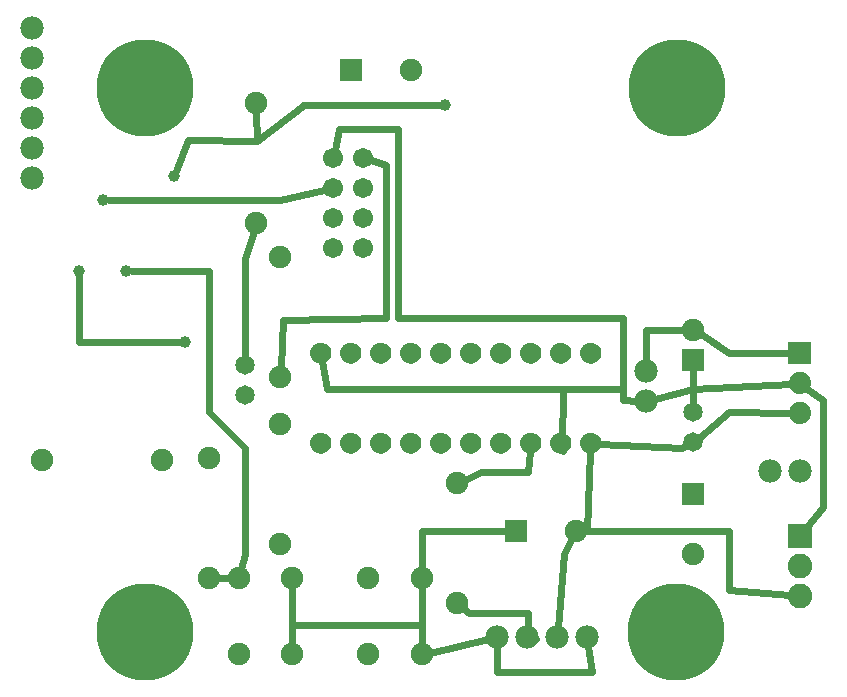
<source format=gbl>
G04 MADE WITH FRITZING*
G04 WWW.FRITZING.ORG*
G04 DOUBLE SIDED*
G04 HOLES PLATED*
G04 CONTOUR ON CENTER OF CONTOUR VECTOR*
%ASAXBY*%
%FSLAX23Y23*%
%MOIN*%
%OFA0B0*%
%SFA1.0B1.0*%
%ADD10C,0.065000*%
%ADD11C,0.039370*%
%ADD12C,0.322834*%
%ADD13C,0.075000*%
%ADD14C,0.070000*%
%ADD15C,0.074000*%
%ADD16C,0.082000*%
%ADD17C,0.067278*%
%ADD18C,0.078000*%
%ADD19R,0.075000X0.075000*%
%ADD20R,0.082000X0.082000*%
%ADD21C,0.024000*%
%ADD22R,0.001000X0.001000*%
%LNCOPPER0*%
G90*
G70*
G54D10*
X947Y1041D03*
X947Y1141D03*
X2443Y884D03*
X2443Y984D03*
G54D11*
X553Y1456D03*
X475Y1693D03*
X750Y1220D03*
X396Y1456D03*
X711Y1771D03*
X1616Y2008D03*
G54D12*
X616Y2064D03*
X2387Y2064D03*
X616Y252D03*
X2386Y252D03*
G54D13*
X2443Y1160D03*
X2443Y1260D03*
G54D14*
X2101Y1181D03*
X1701Y881D03*
X2001Y1181D03*
X1601Y881D03*
X1901Y1181D03*
X1501Y881D03*
X1801Y1181D03*
X1401Y881D03*
X1701Y1181D03*
X1301Y881D03*
X1601Y1181D03*
X1201Y881D03*
X1501Y1181D03*
X1301Y1181D03*
X1401Y1181D03*
X1201Y1181D03*
X2101Y881D03*
X2001Y881D03*
X1901Y881D03*
X1801Y881D03*
G54D15*
X2797Y1181D03*
X2797Y1081D03*
X2797Y981D03*
G54D16*
X2797Y572D03*
X2797Y472D03*
X2797Y372D03*
G54D17*
X1341Y1832D03*
X1341Y1732D03*
X1341Y1632D03*
X1341Y1532D03*
X1241Y1832D03*
X1241Y1732D03*
X1241Y1632D03*
X1241Y1532D03*
G54D13*
X927Y177D03*
X927Y433D03*
X1104Y177D03*
X1104Y433D03*
X1360Y177D03*
X1360Y433D03*
X1538Y177D03*
X1538Y433D03*
X1656Y748D03*
X1656Y348D03*
X986Y1614D03*
X986Y2014D03*
X829Y433D03*
X829Y833D03*
X271Y826D03*
X671Y826D03*
X1065Y1502D03*
X1065Y1102D03*
X1065Y545D03*
X1065Y945D03*
X2443Y711D03*
X2443Y511D03*
X1301Y2126D03*
X1501Y2126D03*
X1853Y590D03*
X2053Y590D03*
G54D18*
X2797Y787D03*
X2697Y787D03*
X2286Y1023D03*
X2286Y1123D03*
X2089Y236D03*
X1989Y236D03*
X1889Y236D03*
X1789Y236D03*
X238Y2265D03*
X238Y2165D03*
X238Y2065D03*
X238Y1965D03*
X238Y1865D03*
X238Y1765D03*
G54D19*
X2443Y1160D03*
G54D20*
X2797Y572D03*
G54D19*
X2443Y711D03*
X1301Y2126D03*
X1853Y590D03*
G54D21*
X1074Y1293D02*
X1067Y1131D01*
D02*
X395Y1220D02*
X731Y1220D01*
D02*
X396Y1437D02*
X395Y1220D01*
D02*
X947Y1495D02*
X947Y1166D01*
D02*
X977Y1587D02*
X947Y1495D01*
D02*
X2562Y984D02*
X2462Y900D01*
D02*
X2767Y981D02*
X2562Y984D01*
D02*
X2404Y866D02*
X2127Y880D01*
D02*
X2420Y874D02*
X2404Y866D01*
D02*
X2443Y1062D02*
X2443Y1131D01*
D02*
X2767Y1079D02*
X2443Y1062D01*
D02*
X2443Y1062D02*
X2443Y1009D01*
D02*
X2443Y1062D02*
X2315Y1030D01*
D02*
X2443Y1009D02*
X2443Y1062D01*
D02*
X2875Y669D02*
X2875Y1024D01*
D02*
X2875Y1024D02*
X2822Y1063D01*
D02*
X2818Y597D02*
X2875Y669D01*
D02*
X1735Y786D02*
X1891Y786D01*
D02*
X1891Y786D02*
X1899Y855D01*
D02*
X1681Y760D02*
X1735Y786D01*
D02*
X1695Y315D02*
X1678Y330D01*
D02*
X1891Y315D02*
X1695Y315D01*
D02*
X1891Y235D02*
X1891Y315D01*
D02*
X1918Y227D02*
X1891Y235D01*
D02*
X987Y1889D02*
X986Y1985D01*
D02*
X760Y1893D02*
X987Y1889D01*
D02*
X2104Y118D02*
X1790Y118D01*
D02*
X1790Y118D02*
X1789Y206D01*
D02*
X2093Y206D02*
X2104Y118D01*
D02*
X2561Y590D02*
X2562Y433D01*
D02*
X2089Y590D02*
X2561Y590D01*
D02*
X2561Y393D02*
X2765Y375D01*
D02*
X2562Y433D02*
X2561Y393D01*
D02*
X2011Y511D02*
X2039Y565D01*
D02*
X1991Y266D02*
X2011Y511D01*
D02*
X2100Y855D02*
X2089Y590D01*
D02*
X1565Y183D02*
X1759Y229D01*
D02*
X1538Y404D02*
X1538Y205D01*
D02*
X1537Y590D02*
X1538Y461D01*
D02*
X1824Y590D02*
X1537Y590D01*
D02*
X1104Y205D02*
X1104Y404D01*
D02*
X899Y433D02*
X858Y433D01*
D02*
X829Y1456D02*
X829Y984D01*
D02*
X829Y984D02*
X947Y866D01*
D02*
X947Y866D02*
X947Y511D01*
D02*
X947Y511D02*
X934Y461D01*
D02*
X572Y1456D02*
X829Y1456D01*
D02*
X2562Y1182D02*
X2467Y1244D01*
D02*
X2767Y1181D02*
X2562Y1182D01*
D02*
X2285Y1259D02*
X2286Y1153D01*
D02*
X2414Y1259D02*
X2285Y1259D01*
D02*
X1419Y1810D02*
X1419Y1299D01*
D02*
X1419Y1299D02*
X1074Y1293D01*
D02*
X1368Y1824D02*
X1419Y1810D01*
D02*
X1064Y1693D02*
X1213Y1726D01*
D02*
X987Y1693D02*
X1064Y1693D01*
D02*
X987Y1693D02*
X987Y1693D01*
D02*
X494Y1693D02*
X987Y1693D01*
D02*
X1460Y1929D02*
X1340Y1929D01*
D02*
X1340Y1929D02*
X1340Y1929D01*
D02*
X1262Y1929D02*
X1247Y1859D01*
D02*
X1340Y1929D02*
X1262Y1929D01*
D02*
X1460Y1300D02*
X1460Y1929D01*
D02*
X2207Y1300D02*
X1460Y1300D01*
D02*
X2207Y1024D02*
X2207Y1300D01*
D02*
X2255Y1023D02*
X2207Y1024D01*
D02*
X1144Y2009D02*
X1597Y2008D01*
D02*
X1143Y2008D02*
X1144Y2009D01*
D02*
X1144Y2009D02*
X1143Y2008D01*
D02*
X987Y1889D02*
X1144Y2009D01*
D02*
X760Y1893D02*
X987Y1889D01*
D02*
X718Y1789D02*
X760Y1893D01*
D02*
X1223Y1062D02*
X1206Y1155D01*
D02*
X1537Y275D02*
X1104Y275D01*
D02*
X1104Y275D02*
X1104Y205D01*
D02*
X1538Y404D02*
X1537Y275D01*
D02*
X2089Y590D02*
X2081Y590D01*
D02*
X2008Y855D02*
X2004Y869D01*
D02*
X2010Y1062D02*
X2207Y1062D01*
D02*
X2207Y1062D02*
X1223Y1062D01*
D02*
X2004Y869D02*
X2010Y1062D01*
G54D22*
X2760Y1218D02*
X2832Y1218D01*
X2760Y1217D02*
X2833Y1217D01*
X1198Y1216D02*
X1203Y1216D01*
X1298Y1216D02*
X1303Y1216D01*
X1398Y1216D02*
X1403Y1216D01*
X1498Y1216D02*
X1503Y1216D01*
X1598Y1216D02*
X1603Y1216D01*
X1698Y1216D02*
X1703Y1216D01*
X1798Y1216D02*
X1803Y1216D01*
X1898Y1216D02*
X1903Y1216D01*
X1998Y1216D02*
X2003Y1216D01*
X2098Y1216D02*
X2103Y1216D01*
X2760Y1216D02*
X2833Y1216D01*
X1193Y1215D02*
X1208Y1215D01*
X1293Y1215D02*
X1308Y1215D01*
X1393Y1215D02*
X1408Y1215D01*
X1493Y1215D02*
X1508Y1215D01*
X1593Y1215D02*
X1608Y1215D01*
X1693Y1215D02*
X1708Y1215D01*
X1793Y1215D02*
X1808Y1215D01*
X1893Y1215D02*
X1908Y1215D01*
X1993Y1215D02*
X2008Y1215D01*
X2093Y1215D02*
X2108Y1215D01*
X2760Y1215D02*
X2833Y1215D01*
X1190Y1214D02*
X1212Y1214D01*
X1289Y1214D02*
X1312Y1214D01*
X1389Y1214D02*
X1411Y1214D01*
X1489Y1214D02*
X1511Y1214D01*
X1589Y1214D02*
X1611Y1214D01*
X1689Y1214D02*
X1711Y1214D01*
X1789Y1214D02*
X1811Y1214D01*
X1889Y1214D02*
X1911Y1214D01*
X1989Y1214D02*
X2011Y1214D01*
X2089Y1214D02*
X2111Y1214D01*
X2760Y1214D02*
X2833Y1214D01*
X1187Y1213D02*
X1214Y1213D01*
X1287Y1213D02*
X1314Y1213D01*
X1387Y1213D02*
X1414Y1213D01*
X1487Y1213D02*
X1514Y1213D01*
X1587Y1213D02*
X1614Y1213D01*
X1687Y1213D02*
X1714Y1213D01*
X1787Y1213D02*
X1814Y1213D01*
X1887Y1213D02*
X1914Y1213D01*
X1987Y1213D02*
X2014Y1213D01*
X2087Y1213D02*
X2114Y1213D01*
X2760Y1213D02*
X2833Y1213D01*
X1185Y1212D02*
X1216Y1212D01*
X1285Y1212D02*
X1316Y1212D01*
X1385Y1212D02*
X1416Y1212D01*
X1485Y1212D02*
X1516Y1212D01*
X1585Y1212D02*
X1616Y1212D01*
X1685Y1212D02*
X1716Y1212D01*
X1785Y1212D02*
X1816Y1212D01*
X1885Y1212D02*
X1916Y1212D01*
X1985Y1212D02*
X2016Y1212D01*
X2085Y1212D02*
X2116Y1212D01*
X2760Y1212D02*
X2833Y1212D01*
X1183Y1211D02*
X1218Y1211D01*
X1283Y1211D02*
X1318Y1211D01*
X1383Y1211D02*
X1418Y1211D01*
X1483Y1211D02*
X1518Y1211D01*
X1583Y1211D02*
X1618Y1211D01*
X1683Y1211D02*
X1718Y1211D01*
X1783Y1211D02*
X1818Y1211D01*
X1883Y1211D02*
X1918Y1211D01*
X1983Y1211D02*
X2018Y1211D01*
X2083Y1211D02*
X2118Y1211D01*
X2760Y1211D02*
X2833Y1211D01*
X1181Y1210D02*
X1220Y1210D01*
X1281Y1210D02*
X1320Y1210D01*
X1381Y1210D02*
X1420Y1210D01*
X1481Y1210D02*
X1520Y1210D01*
X1581Y1210D02*
X1620Y1210D01*
X1681Y1210D02*
X1720Y1210D01*
X1781Y1210D02*
X1819Y1210D01*
X1881Y1210D02*
X1919Y1210D01*
X1981Y1210D02*
X2019Y1210D01*
X2081Y1210D02*
X2119Y1210D01*
X2760Y1210D02*
X2833Y1210D01*
X1180Y1209D02*
X1221Y1209D01*
X1280Y1209D02*
X1321Y1209D01*
X1380Y1209D02*
X1421Y1209D01*
X1480Y1209D02*
X1521Y1209D01*
X1580Y1209D02*
X1621Y1209D01*
X1680Y1209D02*
X1721Y1209D01*
X1780Y1209D02*
X1821Y1209D01*
X1880Y1209D02*
X1921Y1209D01*
X1980Y1209D02*
X2021Y1209D01*
X2080Y1209D02*
X2121Y1209D01*
X2760Y1209D02*
X2833Y1209D01*
X1179Y1208D02*
X1222Y1208D01*
X1279Y1208D02*
X1322Y1208D01*
X1379Y1208D02*
X1422Y1208D01*
X1479Y1208D02*
X1522Y1208D01*
X1579Y1208D02*
X1622Y1208D01*
X1679Y1208D02*
X1722Y1208D01*
X1778Y1208D02*
X1822Y1208D01*
X1878Y1208D02*
X1922Y1208D01*
X1978Y1208D02*
X2022Y1208D01*
X2078Y1208D02*
X2122Y1208D01*
X2760Y1208D02*
X2833Y1208D01*
X1177Y1207D02*
X1224Y1207D01*
X1277Y1207D02*
X1324Y1207D01*
X1377Y1207D02*
X1424Y1207D01*
X1477Y1207D02*
X1523Y1207D01*
X1577Y1207D02*
X1623Y1207D01*
X1677Y1207D02*
X1723Y1207D01*
X1777Y1207D02*
X1823Y1207D01*
X1877Y1207D02*
X1923Y1207D01*
X1977Y1207D02*
X2023Y1207D01*
X2077Y1207D02*
X2123Y1207D01*
X2760Y1207D02*
X2833Y1207D01*
X1176Y1206D02*
X1225Y1206D01*
X1276Y1206D02*
X1325Y1206D01*
X1376Y1206D02*
X1425Y1206D01*
X1476Y1206D02*
X1525Y1206D01*
X1576Y1206D02*
X1625Y1206D01*
X1676Y1206D02*
X1725Y1206D01*
X1776Y1206D02*
X1825Y1206D01*
X1876Y1206D02*
X1924Y1206D01*
X1976Y1206D02*
X2024Y1206D01*
X2076Y1206D02*
X2124Y1206D01*
X2760Y1206D02*
X2833Y1206D01*
X1175Y1205D02*
X1226Y1205D01*
X1275Y1205D02*
X1326Y1205D01*
X1375Y1205D02*
X1426Y1205D01*
X1475Y1205D02*
X1526Y1205D01*
X1575Y1205D02*
X1625Y1205D01*
X1675Y1205D02*
X1725Y1205D01*
X1775Y1205D02*
X1825Y1205D01*
X1875Y1205D02*
X1925Y1205D01*
X1975Y1205D02*
X2025Y1205D01*
X2075Y1205D02*
X2125Y1205D01*
X2760Y1205D02*
X2833Y1205D01*
X1175Y1204D02*
X1226Y1204D01*
X1275Y1204D02*
X1326Y1204D01*
X1375Y1204D02*
X1426Y1204D01*
X1474Y1204D02*
X1526Y1204D01*
X1574Y1204D02*
X1626Y1204D01*
X1674Y1204D02*
X1726Y1204D01*
X1774Y1204D02*
X1826Y1204D01*
X1874Y1204D02*
X1926Y1204D01*
X1974Y1204D02*
X2026Y1204D01*
X2074Y1204D02*
X2126Y1204D01*
X2760Y1204D02*
X2833Y1204D01*
X1174Y1203D02*
X1227Y1203D01*
X1274Y1203D02*
X1327Y1203D01*
X1374Y1203D02*
X1427Y1203D01*
X1474Y1203D02*
X1527Y1203D01*
X1574Y1203D02*
X1627Y1203D01*
X1674Y1203D02*
X1727Y1203D01*
X1774Y1203D02*
X1827Y1203D01*
X1874Y1203D02*
X1927Y1203D01*
X1974Y1203D02*
X2027Y1203D01*
X2074Y1203D02*
X2127Y1203D01*
X2760Y1203D02*
X2833Y1203D01*
X1173Y1202D02*
X1228Y1202D01*
X1273Y1202D02*
X1328Y1202D01*
X1373Y1202D02*
X1428Y1202D01*
X1473Y1202D02*
X1528Y1202D01*
X1573Y1202D02*
X1628Y1202D01*
X1673Y1202D02*
X1728Y1202D01*
X1773Y1202D02*
X1828Y1202D01*
X1873Y1202D02*
X1928Y1202D01*
X1973Y1202D02*
X2028Y1202D01*
X2073Y1202D02*
X2128Y1202D01*
X2760Y1202D02*
X2833Y1202D01*
X1172Y1201D02*
X1229Y1201D01*
X1272Y1201D02*
X1329Y1201D01*
X1372Y1201D02*
X1429Y1201D01*
X1472Y1201D02*
X1529Y1201D01*
X1572Y1201D02*
X1629Y1201D01*
X1672Y1201D02*
X1729Y1201D01*
X1772Y1201D02*
X1829Y1201D01*
X1872Y1201D02*
X1929Y1201D01*
X1972Y1201D02*
X2029Y1201D01*
X2072Y1201D02*
X2128Y1201D01*
X2760Y1201D02*
X2833Y1201D01*
X1172Y1200D02*
X1229Y1200D01*
X1272Y1200D02*
X1329Y1200D01*
X1372Y1200D02*
X1429Y1200D01*
X1472Y1200D02*
X1529Y1200D01*
X1572Y1200D02*
X1629Y1200D01*
X1672Y1200D02*
X1729Y1200D01*
X1772Y1200D02*
X1829Y1200D01*
X1872Y1200D02*
X1929Y1200D01*
X1972Y1200D02*
X2029Y1200D01*
X2071Y1200D02*
X2129Y1200D01*
X2760Y1200D02*
X2790Y1200D01*
X2802Y1200D02*
X2833Y1200D01*
X1171Y1199D02*
X1230Y1199D01*
X1271Y1199D02*
X1330Y1199D01*
X1371Y1199D02*
X1430Y1199D01*
X1471Y1199D02*
X1530Y1199D01*
X1571Y1199D02*
X1630Y1199D01*
X1671Y1199D02*
X1730Y1199D01*
X1771Y1199D02*
X1830Y1199D01*
X1871Y1199D02*
X1930Y1199D01*
X1971Y1199D02*
X2030Y1199D01*
X2071Y1199D02*
X2130Y1199D01*
X2760Y1199D02*
X2787Y1199D01*
X2805Y1199D02*
X2833Y1199D01*
X1171Y1198D02*
X1231Y1198D01*
X1271Y1198D02*
X1330Y1198D01*
X1370Y1198D02*
X1430Y1198D01*
X1470Y1198D02*
X1530Y1198D01*
X1570Y1198D02*
X1630Y1198D01*
X1670Y1198D02*
X1730Y1198D01*
X1770Y1198D02*
X1830Y1198D01*
X1870Y1198D02*
X1930Y1198D01*
X1970Y1198D02*
X2030Y1198D01*
X2070Y1198D02*
X2130Y1198D01*
X2760Y1198D02*
X2786Y1198D01*
X2807Y1198D02*
X2833Y1198D01*
X1170Y1197D02*
X1231Y1197D01*
X1270Y1197D02*
X1331Y1197D01*
X1370Y1197D02*
X1431Y1197D01*
X1470Y1197D02*
X1531Y1197D01*
X1570Y1197D02*
X1631Y1197D01*
X1670Y1197D02*
X1731Y1197D01*
X1770Y1197D02*
X1831Y1197D01*
X1870Y1197D02*
X1931Y1197D01*
X1970Y1197D02*
X2031Y1197D01*
X2070Y1197D02*
X2131Y1197D01*
X2760Y1197D02*
X2784Y1197D01*
X2808Y1197D02*
X2833Y1197D01*
X1170Y1196D02*
X1198Y1196D01*
X1203Y1196D02*
X1231Y1196D01*
X1270Y1196D02*
X1298Y1196D01*
X1303Y1196D02*
X1331Y1196D01*
X1370Y1196D02*
X1398Y1196D01*
X1403Y1196D02*
X1431Y1196D01*
X1469Y1196D02*
X1498Y1196D01*
X1503Y1196D02*
X1531Y1196D01*
X1569Y1196D02*
X1598Y1196D01*
X1603Y1196D02*
X1631Y1196D01*
X1669Y1196D02*
X1698Y1196D01*
X1703Y1196D02*
X1731Y1196D01*
X1769Y1196D02*
X1798Y1196D01*
X1803Y1196D02*
X1831Y1196D01*
X1869Y1196D02*
X1898Y1196D01*
X1903Y1196D02*
X1931Y1196D01*
X1969Y1196D02*
X1997Y1196D01*
X2003Y1196D02*
X2031Y1196D01*
X2069Y1196D02*
X2097Y1196D01*
X2103Y1196D02*
X2131Y1196D01*
X2760Y1196D02*
X2783Y1196D01*
X2809Y1196D02*
X2833Y1196D01*
X1169Y1195D02*
X1194Y1195D01*
X1207Y1195D02*
X1232Y1195D01*
X1269Y1195D02*
X1294Y1195D01*
X1307Y1195D02*
X1332Y1195D01*
X1369Y1195D02*
X1394Y1195D01*
X1407Y1195D02*
X1432Y1195D01*
X1469Y1195D02*
X1494Y1195D01*
X1507Y1195D02*
X1532Y1195D01*
X1569Y1195D02*
X1594Y1195D01*
X1607Y1195D02*
X1632Y1195D01*
X1669Y1195D02*
X1694Y1195D01*
X1707Y1195D02*
X1732Y1195D01*
X1769Y1195D02*
X1794Y1195D01*
X1807Y1195D02*
X1832Y1195D01*
X1869Y1195D02*
X1894Y1195D01*
X1907Y1195D02*
X1932Y1195D01*
X1969Y1195D02*
X1994Y1195D01*
X2007Y1195D02*
X2032Y1195D01*
X2069Y1195D02*
X2094Y1195D01*
X2107Y1195D02*
X2132Y1195D01*
X2760Y1195D02*
X2782Y1195D01*
X2811Y1195D02*
X2833Y1195D01*
X1169Y1194D02*
X1192Y1194D01*
X1209Y1194D02*
X1232Y1194D01*
X1269Y1194D02*
X1292Y1194D01*
X1309Y1194D02*
X1332Y1194D01*
X1369Y1194D02*
X1392Y1194D01*
X1409Y1194D02*
X1432Y1194D01*
X1469Y1194D02*
X1492Y1194D01*
X1509Y1194D02*
X1532Y1194D01*
X1569Y1194D02*
X1592Y1194D01*
X1609Y1194D02*
X1632Y1194D01*
X1669Y1194D02*
X1692Y1194D01*
X1709Y1194D02*
X1732Y1194D01*
X1769Y1194D02*
X1792Y1194D01*
X1809Y1194D02*
X1832Y1194D01*
X1869Y1194D02*
X1892Y1194D01*
X1909Y1194D02*
X1932Y1194D01*
X1968Y1194D02*
X1992Y1194D01*
X2009Y1194D02*
X2032Y1194D01*
X2068Y1194D02*
X2092Y1194D01*
X2109Y1194D02*
X2132Y1194D01*
X2760Y1194D02*
X2781Y1194D01*
X2811Y1194D02*
X2833Y1194D01*
X1168Y1193D02*
X1191Y1193D01*
X1210Y1193D02*
X1233Y1193D01*
X1268Y1193D02*
X1291Y1193D01*
X1310Y1193D02*
X1333Y1193D01*
X1368Y1193D02*
X1391Y1193D01*
X1410Y1193D02*
X1433Y1193D01*
X1468Y1193D02*
X1491Y1193D01*
X1510Y1193D02*
X1533Y1193D01*
X1568Y1193D02*
X1591Y1193D01*
X1610Y1193D02*
X1633Y1193D01*
X1668Y1193D02*
X1691Y1193D01*
X1710Y1193D02*
X1733Y1193D01*
X1768Y1193D02*
X1791Y1193D01*
X1810Y1193D02*
X1833Y1193D01*
X1868Y1193D02*
X1891Y1193D01*
X1910Y1193D02*
X1933Y1193D01*
X1968Y1193D02*
X1991Y1193D01*
X2010Y1193D02*
X2033Y1193D01*
X2068Y1193D02*
X2091Y1193D01*
X2110Y1193D02*
X2132Y1193D01*
X2760Y1193D02*
X2780Y1193D01*
X2812Y1193D02*
X2833Y1193D01*
X1168Y1192D02*
X1190Y1192D01*
X1211Y1192D02*
X1233Y1192D01*
X1268Y1192D02*
X1290Y1192D01*
X1311Y1192D02*
X1333Y1192D01*
X1368Y1192D02*
X1390Y1192D01*
X1411Y1192D02*
X1433Y1192D01*
X1468Y1192D02*
X1490Y1192D01*
X1511Y1192D02*
X1533Y1192D01*
X1568Y1192D02*
X1590Y1192D01*
X1611Y1192D02*
X1633Y1192D01*
X1668Y1192D02*
X1690Y1192D01*
X1711Y1192D02*
X1733Y1192D01*
X1768Y1192D02*
X1790Y1192D01*
X1811Y1192D02*
X1833Y1192D01*
X1868Y1192D02*
X1890Y1192D01*
X1911Y1192D02*
X1933Y1192D01*
X1968Y1192D02*
X1989Y1192D01*
X2011Y1192D02*
X2033Y1192D01*
X2068Y1192D02*
X2089Y1192D01*
X2111Y1192D02*
X2133Y1192D01*
X2760Y1192D02*
X2779Y1192D01*
X2813Y1192D02*
X2833Y1192D01*
X1168Y1191D02*
X1189Y1191D01*
X1212Y1191D02*
X1233Y1191D01*
X1268Y1191D02*
X1289Y1191D01*
X1312Y1191D02*
X1333Y1191D01*
X1368Y1191D02*
X1389Y1191D01*
X1412Y1191D02*
X1433Y1191D01*
X1468Y1191D02*
X1489Y1191D01*
X1512Y1191D02*
X1533Y1191D01*
X1568Y1191D02*
X1589Y1191D01*
X1612Y1191D02*
X1633Y1191D01*
X1667Y1191D02*
X1689Y1191D01*
X1712Y1191D02*
X1733Y1191D01*
X1767Y1191D02*
X1789Y1191D01*
X1812Y1191D02*
X1833Y1191D01*
X1867Y1191D02*
X1889Y1191D01*
X1912Y1191D02*
X1933Y1191D01*
X1967Y1191D02*
X1989Y1191D01*
X2012Y1191D02*
X2033Y1191D01*
X2067Y1191D02*
X2089Y1191D01*
X2112Y1191D02*
X2133Y1191D01*
X2760Y1191D02*
X2779Y1191D01*
X2814Y1191D02*
X2833Y1191D01*
X1167Y1190D02*
X1188Y1190D01*
X1213Y1190D02*
X1234Y1190D01*
X1267Y1190D02*
X1288Y1190D01*
X1313Y1190D02*
X1334Y1190D01*
X1367Y1190D02*
X1388Y1190D01*
X1413Y1190D02*
X1434Y1190D01*
X1467Y1190D02*
X1488Y1190D01*
X1513Y1190D02*
X1534Y1190D01*
X1567Y1190D02*
X1588Y1190D01*
X1613Y1190D02*
X1634Y1190D01*
X1667Y1190D02*
X1688Y1190D01*
X1713Y1190D02*
X1734Y1190D01*
X1767Y1190D02*
X1788Y1190D01*
X1813Y1190D02*
X1834Y1190D01*
X1867Y1190D02*
X1888Y1190D01*
X1913Y1190D02*
X1934Y1190D01*
X1967Y1190D02*
X1988Y1190D01*
X2013Y1190D02*
X2033Y1190D01*
X2067Y1190D02*
X2088Y1190D01*
X2113Y1190D02*
X2133Y1190D01*
X2760Y1190D02*
X2778Y1190D01*
X2814Y1190D02*
X2833Y1190D01*
X1167Y1189D02*
X1187Y1189D01*
X1214Y1189D02*
X1234Y1189D01*
X1267Y1189D02*
X1287Y1189D01*
X1314Y1189D02*
X1334Y1189D01*
X1367Y1189D02*
X1387Y1189D01*
X1414Y1189D02*
X1434Y1189D01*
X1467Y1189D02*
X1487Y1189D01*
X1514Y1189D02*
X1534Y1189D01*
X1567Y1189D02*
X1587Y1189D01*
X1614Y1189D02*
X1634Y1189D01*
X1667Y1189D02*
X1687Y1189D01*
X1714Y1189D02*
X1734Y1189D01*
X1767Y1189D02*
X1787Y1189D01*
X1814Y1189D02*
X1834Y1189D01*
X1867Y1189D02*
X1887Y1189D01*
X1914Y1189D02*
X1934Y1189D01*
X1967Y1189D02*
X1987Y1189D01*
X2014Y1189D02*
X2034Y1189D01*
X2067Y1189D02*
X2087Y1189D01*
X2114Y1189D02*
X2134Y1189D01*
X2760Y1189D02*
X2778Y1189D01*
X2815Y1189D02*
X2833Y1189D01*
X1167Y1188D02*
X1187Y1188D01*
X1214Y1188D02*
X1234Y1188D01*
X1267Y1188D02*
X1287Y1188D01*
X1314Y1188D02*
X1334Y1188D01*
X1367Y1188D02*
X1387Y1188D01*
X1414Y1188D02*
X1434Y1188D01*
X1467Y1188D02*
X1486Y1188D01*
X1514Y1188D02*
X1534Y1188D01*
X1567Y1188D02*
X1586Y1188D01*
X1614Y1188D02*
X1634Y1188D01*
X1667Y1188D02*
X1686Y1188D01*
X1714Y1188D02*
X1734Y1188D01*
X1767Y1188D02*
X1786Y1188D01*
X1814Y1188D02*
X1834Y1188D01*
X1867Y1188D02*
X1886Y1188D01*
X1914Y1188D02*
X1934Y1188D01*
X1967Y1188D02*
X1986Y1188D01*
X2014Y1188D02*
X2034Y1188D01*
X2067Y1188D02*
X2086Y1188D01*
X2114Y1188D02*
X2134Y1188D01*
X2760Y1188D02*
X2777Y1188D01*
X2815Y1188D02*
X2833Y1188D01*
X1167Y1187D02*
X1186Y1187D01*
X1215Y1187D02*
X1234Y1187D01*
X1267Y1187D02*
X1286Y1187D01*
X1315Y1187D02*
X1334Y1187D01*
X1367Y1187D02*
X1386Y1187D01*
X1415Y1187D02*
X1434Y1187D01*
X1467Y1187D02*
X1486Y1187D01*
X1515Y1187D02*
X1534Y1187D01*
X1567Y1187D02*
X1586Y1187D01*
X1615Y1187D02*
X1634Y1187D01*
X1667Y1187D02*
X1686Y1187D01*
X1715Y1187D02*
X1734Y1187D01*
X1766Y1187D02*
X1786Y1187D01*
X1815Y1187D02*
X1834Y1187D01*
X1866Y1187D02*
X1886Y1187D01*
X1915Y1187D02*
X1934Y1187D01*
X1966Y1187D02*
X1986Y1187D01*
X2015Y1187D02*
X2034Y1187D01*
X2066Y1187D02*
X2086Y1187D01*
X2115Y1187D02*
X2134Y1187D01*
X2760Y1187D02*
X2777Y1187D01*
X2815Y1187D02*
X2833Y1187D01*
X1166Y1186D02*
X1186Y1186D01*
X1215Y1186D02*
X1235Y1186D01*
X1266Y1186D02*
X1286Y1186D01*
X1315Y1186D02*
X1335Y1186D01*
X1366Y1186D02*
X1386Y1186D01*
X1415Y1186D02*
X1435Y1186D01*
X1466Y1186D02*
X1486Y1186D01*
X1515Y1186D02*
X1535Y1186D01*
X1566Y1186D02*
X1586Y1186D01*
X1615Y1186D02*
X1634Y1186D01*
X1666Y1186D02*
X1686Y1186D01*
X1715Y1186D02*
X1734Y1186D01*
X1766Y1186D02*
X1786Y1186D01*
X1815Y1186D02*
X1834Y1186D01*
X1866Y1186D02*
X1886Y1186D01*
X1915Y1186D02*
X1934Y1186D01*
X1966Y1186D02*
X1986Y1186D01*
X2015Y1186D02*
X2034Y1186D01*
X2066Y1186D02*
X2085Y1186D01*
X2115Y1186D02*
X2134Y1186D01*
X2760Y1186D02*
X2777Y1186D01*
X2816Y1186D02*
X2833Y1186D01*
X1166Y1185D02*
X1185Y1185D01*
X1216Y1185D02*
X1235Y1185D01*
X1266Y1185D02*
X1285Y1185D01*
X1316Y1185D02*
X1335Y1185D01*
X1366Y1185D02*
X1385Y1185D01*
X1416Y1185D02*
X1435Y1185D01*
X1466Y1185D02*
X1485Y1185D01*
X1516Y1185D02*
X1535Y1185D01*
X1566Y1185D02*
X1585Y1185D01*
X1616Y1185D02*
X1635Y1185D01*
X1666Y1185D02*
X1685Y1185D01*
X1715Y1185D02*
X1735Y1185D01*
X1766Y1185D02*
X1785Y1185D01*
X1815Y1185D02*
X1835Y1185D01*
X1866Y1185D02*
X1885Y1185D01*
X1915Y1185D02*
X1935Y1185D01*
X1966Y1185D02*
X1985Y1185D01*
X2015Y1185D02*
X2035Y1185D01*
X2066Y1185D02*
X2085Y1185D01*
X2115Y1185D02*
X2135Y1185D01*
X2760Y1185D02*
X2776Y1185D01*
X2816Y1185D02*
X2833Y1185D01*
X1166Y1184D02*
X1185Y1184D01*
X1216Y1184D02*
X1235Y1184D01*
X1266Y1184D02*
X1285Y1184D01*
X1316Y1184D02*
X1335Y1184D01*
X1366Y1184D02*
X1385Y1184D01*
X1416Y1184D02*
X1435Y1184D01*
X1466Y1184D02*
X1485Y1184D01*
X1516Y1184D02*
X1535Y1184D01*
X1566Y1184D02*
X1585Y1184D01*
X1616Y1184D02*
X1635Y1184D01*
X1666Y1184D02*
X1685Y1184D01*
X1716Y1184D02*
X1735Y1184D01*
X1766Y1184D02*
X1785Y1184D01*
X1816Y1184D02*
X1835Y1184D01*
X1866Y1184D02*
X1885Y1184D01*
X1916Y1184D02*
X1935Y1184D01*
X1966Y1184D02*
X1985Y1184D01*
X2016Y1184D02*
X2035Y1184D01*
X2066Y1184D02*
X2085Y1184D01*
X2116Y1184D02*
X2135Y1184D01*
X2760Y1184D02*
X2776Y1184D01*
X2816Y1184D02*
X2833Y1184D01*
X1166Y1183D02*
X1185Y1183D01*
X1216Y1183D02*
X1235Y1183D01*
X1266Y1183D02*
X1285Y1183D01*
X1316Y1183D02*
X1335Y1183D01*
X1366Y1183D02*
X1385Y1183D01*
X1416Y1183D02*
X1435Y1183D01*
X1466Y1183D02*
X1485Y1183D01*
X1516Y1183D02*
X1535Y1183D01*
X1566Y1183D02*
X1585Y1183D01*
X1616Y1183D02*
X1635Y1183D01*
X1666Y1183D02*
X1685Y1183D01*
X1716Y1183D02*
X1735Y1183D01*
X1766Y1183D02*
X1785Y1183D01*
X1816Y1183D02*
X1835Y1183D01*
X1866Y1183D02*
X1885Y1183D01*
X1916Y1183D02*
X1935Y1183D01*
X1966Y1183D02*
X1985Y1183D01*
X2016Y1183D02*
X2035Y1183D01*
X2066Y1183D02*
X2085Y1183D01*
X2116Y1183D02*
X2135Y1183D01*
X2760Y1183D02*
X2776Y1183D01*
X2816Y1183D02*
X2833Y1183D01*
X1166Y1182D02*
X1185Y1182D01*
X1216Y1182D02*
X1235Y1182D01*
X1266Y1182D02*
X1285Y1182D01*
X1316Y1182D02*
X1335Y1182D01*
X1366Y1182D02*
X1385Y1182D01*
X1416Y1182D02*
X1435Y1182D01*
X1466Y1182D02*
X1485Y1182D01*
X1516Y1182D02*
X1535Y1182D01*
X1566Y1182D02*
X1585Y1182D01*
X1616Y1182D02*
X1635Y1182D01*
X1666Y1182D02*
X1685Y1182D01*
X1716Y1182D02*
X1735Y1182D01*
X1766Y1182D02*
X1785Y1182D01*
X1816Y1182D02*
X1835Y1182D01*
X1866Y1182D02*
X1885Y1182D01*
X1916Y1182D02*
X1935Y1182D01*
X1966Y1182D02*
X1985Y1182D01*
X2016Y1182D02*
X2035Y1182D01*
X2066Y1182D02*
X2085Y1182D01*
X2116Y1182D02*
X2135Y1182D01*
X2760Y1182D02*
X2776Y1182D01*
X2816Y1182D02*
X2833Y1182D01*
X1166Y1181D02*
X1185Y1181D01*
X1216Y1181D02*
X1235Y1181D01*
X1266Y1181D02*
X1285Y1181D01*
X1316Y1181D02*
X1335Y1181D01*
X1366Y1181D02*
X1385Y1181D01*
X1416Y1181D02*
X1435Y1181D01*
X1466Y1181D02*
X1485Y1181D01*
X1516Y1181D02*
X1535Y1181D01*
X1566Y1181D02*
X1585Y1181D01*
X1616Y1181D02*
X1635Y1181D01*
X1666Y1181D02*
X1685Y1181D01*
X1716Y1181D02*
X1735Y1181D01*
X1766Y1181D02*
X1785Y1181D01*
X1816Y1181D02*
X1835Y1181D01*
X1866Y1181D02*
X1885Y1181D01*
X1916Y1181D02*
X1935Y1181D01*
X1966Y1181D02*
X1985Y1181D01*
X2016Y1181D02*
X2035Y1181D01*
X2066Y1181D02*
X2085Y1181D01*
X2116Y1181D02*
X2135Y1181D01*
X2760Y1181D02*
X2776Y1181D01*
X2816Y1181D02*
X2833Y1181D01*
X1166Y1180D02*
X1185Y1180D01*
X1216Y1180D02*
X1235Y1180D01*
X1266Y1180D02*
X1285Y1180D01*
X1316Y1180D02*
X1335Y1180D01*
X1366Y1180D02*
X1385Y1180D01*
X1416Y1180D02*
X1435Y1180D01*
X1466Y1180D02*
X1485Y1180D01*
X1516Y1180D02*
X1535Y1180D01*
X1566Y1180D02*
X1585Y1180D01*
X1616Y1180D02*
X1635Y1180D01*
X1666Y1180D02*
X1685Y1180D01*
X1716Y1180D02*
X1735Y1180D01*
X1766Y1180D02*
X1785Y1180D01*
X1816Y1180D02*
X1835Y1180D01*
X1866Y1180D02*
X1885Y1180D01*
X1916Y1180D02*
X1935Y1180D01*
X1966Y1180D02*
X1985Y1180D01*
X2016Y1180D02*
X2035Y1180D01*
X2066Y1180D02*
X2085Y1180D01*
X2116Y1180D02*
X2135Y1180D01*
X2760Y1180D02*
X2776Y1180D01*
X2816Y1180D02*
X2833Y1180D01*
X1166Y1179D02*
X1185Y1179D01*
X1216Y1179D02*
X1235Y1179D01*
X1266Y1179D02*
X1285Y1179D01*
X1316Y1179D02*
X1335Y1179D01*
X1366Y1179D02*
X1385Y1179D01*
X1416Y1179D02*
X1435Y1179D01*
X1466Y1179D02*
X1485Y1179D01*
X1516Y1179D02*
X1535Y1179D01*
X1566Y1179D02*
X1585Y1179D01*
X1616Y1179D02*
X1635Y1179D01*
X1666Y1179D02*
X1685Y1179D01*
X1716Y1179D02*
X1735Y1179D01*
X1766Y1179D02*
X1785Y1179D01*
X1816Y1179D02*
X1835Y1179D01*
X1866Y1179D02*
X1885Y1179D01*
X1916Y1179D02*
X1935Y1179D01*
X1966Y1179D02*
X1985Y1179D01*
X2016Y1179D02*
X2035Y1179D01*
X2066Y1179D02*
X2085Y1179D01*
X2116Y1179D02*
X2135Y1179D01*
X2760Y1179D02*
X2776Y1179D01*
X2816Y1179D02*
X2833Y1179D01*
X1166Y1178D02*
X1185Y1178D01*
X1216Y1178D02*
X1235Y1178D01*
X1266Y1178D02*
X1285Y1178D01*
X1316Y1178D02*
X1335Y1178D01*
X1366Y1178D02*
X1385Y1178D01*
X1416Y1178D02*
X1435Y1178D01*
X1466Y1178D02*
X1485Y1178D01*
X1516Y1178D02*
X1535Y1178D01*
X1566Y1178D02*
X1585Y1178D01*
X1616Y1178D02*
X1635Y1178D01*
X1666Y1178D02*
X1685Y1178D01*
X1716Y1178D02*
X1735Y1178D01*
X1766Y1178D02*
X1785Y1178D01*
X1816Y1178D02*
X1835Y1178D01*
X1866Y1178D02*
X1885Y1178D01*
X1916Y1178D02*
X1935Y1178D01*
X1966Y1178D02*
X1985Y1178D01*
X2016Y1178D02*
X2035Y1178D01*
X2066Y1178D02*
X2085Y1178D01*
X2116Y1178D02*
X2135Y1178D01*
X2760Y1178D02*
X2776Y1178D01*
X2816Y1178D02*
X2833Y1178D01*
X1166Y1177D02*
X1186Y1177D01*
X1216Y1177D02*
X1235Y1177D01*
X1266Y1177D02*
X1286Y1177D01*
X1315Y1177D02*
X1335Y1177D01*
X1366Y1177D02*
X1385Y1177D01*
X1415Y1177D02*
X1435Y1177D01*
X1466Y1177D02*
X1485Y1177D01*
X1515Y1177D02*
X1535Y1177D01*
X1566Y1177D02*
X1585Y1177D01*
X1615Y1177D02*
X1635Y1177D01*
X1666Y1177D02*
X1685Y1177D01*
X1715Y1177D02*
X1735Y1177D01*
X1766Y1177D02*
X1785Y1177D01*
X1815Y1177D02*
X1835Y1177D01*
X1866Y1177D02*
X1885Y1177D01*
X1915Y1177D02*
X1935Y1177D01*
X1966Y1177D02*
X1985Y1177D01*
X2015Y1177D02*
X2034Y1177D01*
X2066Y1177D02*
X2085Y1177D01*
X2115Y1177D02*
X2134Y1177D01*
X2760Y1177D02*
X2776Y1177D01*
X2816Y1177D02*
X2833Y1177D01*
X1167Y1176D02*
X1186Y1176D01*
X1215Y1176D02*
X1235Y1176D01*
X1267Y1176D02*
X1286Y1176D01*
X1315Y1176D02*
X1335Y1176D01*
X1366Y1176D02*
X1386Y1176D01*
X1415Y1176D02*
X1434Y1176D01*
X1466Y1176D02*
X1486Y1176D01*
X1515Y1176D02*
X1534Y1176D01*
X1566Y1176D02*
X1586Y1176D01*
X1615Y1176D02*
X1634Y1176D01*
X1666Y1176D02*
X1686Y1176D01*
X1715Y1176D02*
X1734Y1176D01*
X1766Y1176D02*
X1786Y1176D01*
X1815Y1176D02*
X1834Y1176D01*
X1866Y1176D02*
X1886Y1176D01*
X1915Y1176D02*
X1934Y1176D01*
X1966Y1176D02*
X1986Y1176D01*
X2015Y1176D02*
X2034Y1176D01*
X2066Y1176D02*
X2086Y1176D01*
X2115Y1176D02*
X2134Y1176D01*
X2760Y1176D02*
X2777Y1176D01*
X2816Y1176D02*
X2833Y1176D01*
X1167Y1175D02*
X1186Y1175D01*
X1215Y1175D02*
X1234Y1175D01*
X1267Y1175D02*
X1286Y1175D01*
X1315Y1175D02*
X1334Y1175D01*
X1367Y1175D02*
X1386Y1175D01*
X1415Y1175D02*
X1434Y1175D01*
X1467Y1175D02*
X1486Y1175D01*
X1515Y1175D02*
X1534Y1175D01*
X1567Y1175D02*
X1586Y1175D01*
X1615Y1175D02*
X1634Y1175D01*
X1667Y1175D02*
X1686Y1175D01*
X1715Y1175D02*
X1734Y1175D01*
X1767Y1175D02*
X1786Y1175D01*
X1815Y1175D02*
X1834Y1175D01*
X1867Y1175D02*
X1886Y1175D01*
X1915Y1175D02*
X1934Y1175D01*
X1966Y1175D02*
X1986Y1175D01*
X2015Y1175D02*
X2034Y1175D01*
X2066Y1175D02*
X2086Y1175D01*
X2115Y1175D02*
X2134Y1175D01*
X2760Y1175D02*
X2777Y1175D01*
X2815Y1175D02*
X2833Y1175D01*
X1167Y1174D02*
X1187Y1174D01*
X1214Y1174D02*
X1234Y1174D01*
X1267Y1174D02*
X1287Y1174D01*
X1314Y1174D02*
X1334Y1174D01*
X1367Y1174D02*
X1387Y1174D01*
X1414Y1174D02*
X1434Y1174D01*
X1467Y1174D02*
X1487Y1174D01*
X1514Y1174D02*
X1534Y1174D01*
X1567Y1174D02*
X1587Y1174D01*
X1614Y1174D02*
X1634Y1174D01*
X1667Y1174D02*
X1687Y1174D01*
X1714Y1174D02*
X1734Y1174D01*
X1767Y1174D02*
X1787Y1174D01*
X1814Y1174D02*
X1834Y1174D01*
X1867Y1174D02*
X1887Y1174D01*
X1914Y1174D02*
X1934Y1174D01*
X1967Y1174D02*
X1987Y1174D01*
X2014Y1174D02*
X2034Y1174D01*
X2067Y1174D02*
X2087Y1174D01*
X2114Y1174D02*
X2134Y1174D01*
X2760Y1174D02*
X2777Y1174D01*
X2815Y1174D02*
X2833Y1174D01*
X1167Y1173D02*
X1187Y1173D01*
X1214Y1173D02*
X1234Y1173D01*
X1267Y1173D02*
X1287Y1173D01*
X1314Y1173D02*
X1334Y1173D01*
X1367Y1173D02*
X1387Y1173D01*
X1414Y1173D02*
X1434Y1173D01*
X1467Y1173D02*
X1487Y1173D01*
X1514Y1173D02*
X1534Y1173D01*
X1567Y1173D02*
X1587Y1173D01*
X1614Y1173D02*
X1634Y1173D01*
X1667Y1173D02*
X1687Y1173D01*
X1714Y1173D02*
X1734Y1173D01*
X1767Y1173D02*
X1787Y1173D01*
X1814Y1173D02*
X1834Y1173D01*
X1867Y1173D02*
X1887Y1173D01*
X1914Y1173D02*
X1934Y1173D01*
X1967Y1173D02*
X1987Y1173D01*
X2013Y1173D02*
X2034Y1173D01*
X2067Y1173D02*
X2087Y1173D01*
X2113Y1173D02*
X2134Y1173D01*
X2760Y1173D02*
X2778Y1173D01*
X2815Y1173D02*
X2833Y1173D01*
X1167Y1172D02*
X1188Y1172D01*
X1213Y1172D02*
X1234Y1172D01*
X1267Y1172D02*
X1288Y1172D01*
X1313Y1172D02*
X1334Y1172D01*
X1367Y1172D02*
X1388Y1172D01*
X1413Y1172D02*
X1434Y1172D01*
X1467Y1172D02*
X1488Y1172D01*
X1513Y1172D02*
X1534Y1172D01*
X1567Y1172D02*
X1588Y1172D01*
X1613Y1172D02*
X1634Y1172D01*
X1667Y1172D02*
X1688Y1172D01*
X1713Y1172D02*
X1733Y1172D01*
X1767Y1172D02*
X1788Y1172D01*
X1813Y1172D02*
X1833Y1172D01*
X1867Y1172D02*
X1888Y1172D01*
X1913Y1172D02*
X1933Y1172D01*
X1967Y1172D02*
X1988Y1172D01*
X2013Y1172D02*
X2033Y1172D01*
X2067Y1172D02*
X2088Y1172D01*
X2113Y1172D02*
X2133Y1172D01*
X2760Y1172D02*
X2778Y1172D01*
X2814Y1172D02*
X2833Y1172D01*
X1168Y1171D02*
X1189Y1171D01*
X1212Y1171D02*
X1233Y1171D01*
X1268Y1171D02*
X1289Y1171D01*
X1312Y1171D02*
X1333Y1171D01*
X1368Y1171D02*
X1389Y1171D01*
X1412Y1171D02*
X1433Y1171D01*
X1468Y1171D02*
X1489Y1171D01*
X1512Y1171D02*
X1533Y1171D01*
X1568Y1171D02*
X1589Y1171D01*
X1612Y1171D02*
X1633Y1171D01*
X1668Y1171D02*
X1689Y1171D01*
X1712Y1171D02*
X1733Y1171D01*
X1768Y1171D02*
X1789Y1171D01*
X1812Y1171D02*
X1833Y1171D01*
X1868Y1171D02*
X1889Y1171D01*
X1912Y1171D02*
X1933Y1171D01*
X1968Y1171D02*
X1989Y1171D01*
X2012Y1171D02*
X2033Y1171D01*
X2067Y1171D02*
X2089Y1171D01*
X2112Y1171D02*
X2133Y1171D01*
X2760Y1171D02*
X2779Y1171D01*
X2813Y1171D02*
X2833Y1171D01*
X1168Y1170D02*
X1190Y1170D01*
X1211Y1170D02*
X1233Y1170D01*
X1268Y1170D02*
X1290Y1170D01*
X1311Y1170D02*
X1333Y1170D01*
X1368Y1170D02*
X1390Y1170D01*
X1411Y1170D02*
X1433Y1170D01*
X1468Y1170D02*
X1490Y1170D01*
X1511Y1170D02*
X1533Y1170D01*
X1568Y1170D02*
X1590Y1170D01*
X1611Y1170D02*
X1633Y1170D01*
X1668Y1170D02*
X1690Y1170D01*
X1711Y1170D02*
X1733Y1170D01*
X1768Y1170D02*
X1790Y1170D01*
X1811Y1170D02*
X1833Y1170D01*
X1868Y1170D02*
X1890Y1170D01*
X1911Y1170D02*
X1933Y1170D01*
X1968Y1170D02*
X1990Y1170D01*
X2011Y1170D02*
X2033Y1170D01*
X2068Y1170D02*
X2090Y1170D01*
X2111Y1170D02*
X2133Y1170D01*
X2760Y1170D02*
X2780Y1170D01*
X2813Y1170D02*
X2833Y1170D01*
X1168Y1169D02*
X1191Y1169D01*
X1210Y1169D02*
X1233Y1169D01*
X1268Y1169D02*
X1291Y1169D01*
X1310Y1169D02*
X1333Y1169D01*
X1368Y1169D02*
X1391Y1169D01*
X1410Y1169D02*
X1433Y1169D01*
X1468Y1169D02*
X1491Y1169D01*
X1510Y1169D02*
X1533Y1169D01*
X1568Y1169D02*
X1591Y1169D01*
X1610Y1169D02*
X1633Y1169D01*
X1668Y1169D02*
X1691Y1169D01*
X1710Y1169D02*
X1732Y1169D01*
X1768Y1169D02*
X1791Y1169D01*
X1810Y1169D02*
X1832Y1169D01*
X1868Y1169D02*
X1891Y1169D01*
X1910Y1169D02*
X1932Y1169D01*
X1968Y1169D02*
X1991Y1169D01*
X2010Y1169D02*
X2032Y1169D01*
X2068Y1169D02*
X2091Y1169D01*
X2110Y1169D02*
X2132Y1169D01*
X2760Y1169D02*
X2780Y1169D01*
X2812Y1169D02*
X2833Y1169D01*
X1169Y1168D02*
X1193Y1168D01*
X1208Y1168D02*
X1232Y1168D01*
X1269Y1168D02*
X1293Y1168D01*
X1308Y1168D02*
X1332Y1168D01*
X1369Y1168D02*
X1393Y1168D01*
X1408Y1168D02*
X1432Y1168D01*
X1469Y1168D02*
X1493Y1168D01*
X1508Y1168D02*
X1532Y1168D01*
X1569Y1168D02*
X1593Y1168D01*
X1608Y1168D02*
X1632Y1168D01*
X1669Y1168D02*
X1693Y1168D01*
X1708Y1168D02*
X1732Y1168D01*
X1769Y1168D02*
X1793Y1168D01*
X1808Y1168D02*
X1832Y1168D01*
X1869Y1168D02*
X1892Y1168D01*
X1908Y1168D02*
X1932Y1168D01*
X1969Y1168D02*
X1992Y1168D01*
X2008Y1168D02*
X2032Y1168D01*
X2069Y1168D02*
X2092Y1168D01*
X2108Y1168D02*
X2132Y1168D01*
X2760Y1168D02*
X2781Y1168D01*
X2811Y1168D02*
X2833Y1168D01*
X1169Y1167D02*
X1195Y1167D01*
X1206Y1167D02*
X1232Y1167D01*
X1269Y1167D02*
X1295Y1167D01*
X1306Y1167D02*
X1332Y1167D01*
X1369Y1167D02*
X1395Y1167D01*
X1406Y1167D02*
X1432Y1167D01*
X1469Y1167D02*
X1495Y1167D01*
X1506Y1167D02*
X1532Y1167D01*
X1569Y1167D02*
X1595Y1167D01*
X1606Y1167D02*
X1632Y1167D01*
X1669Y1167D02*
X1695Y1167D01*
X1706Y1167D02*
X1732Y1167D01*
X1769Y1167D02*
X1795Y1167D01*
X1806Y1167D02*
X1832Y1167D01*
X1869Y1167D02*
X1895Y1167D01*
X1906Y1167D02*
X1932Y1167D01*
X1969Y1167D02*
X1995Y1167D01*
X2006Y1167D02*
X2032Y1167D01*
X2069Y1167D02*
X2094Y1167D01*
X2106Y1167D02*
X2132Y1167D01*
X2760Y1167D02*
X2782Y1167D01*
X2810Y1167D02*
X2833Y1167D01*
X1170Y1166D02*
X1231Y1166D01*
X1270Y1166D02*
X1331Y1166D01*
X1370Y1166D02*
X1431Y1166D01*
X1470Y1166D02*
X1531Y1166D01*
X1570Y1166D02*
X1631Y1166D01*
X1670Y1166D02*
X1731Y1166D01*
X1770Y1166D02*
X1831Y1166D01*
X1870Y1166D02*
X1931Y1166D01*
X1970Y1166D02*
X2031Y1166D01*
X2070Y1166D02*
X2131Y1166D01*
X2760Y1166D02*
X2783Y1166D01*
X2809Y1166D02*
X2833Y1166D01*
X1170Y1165D02*
X1231Y1165D01*
X1270Y1165D02*
X1331Y1165D01*
X1370Y1165D02*
X1431Y1165D01*
X1470Y1165D02*
X1531Y1165D01*
X1570Y1165D02*
X1631Y1165D01*
X1670Y1165D02*
X1731Y1165D01*
X1770Y1165D02*
X1831Y1165D01*
X1870Y1165D02*
X1931Y1165D01*
X1970Y1165D02*
X2031Y1165D01*
X2070Y1165D02*
X2131Y1165D01*
X2760Y1165D02*
X2785Y1165D01*
X2808Y1165D02*
X2833Y1165D01*
X1171Y1164D02*
X1230Y1164D01*
X1271Y1164D02*
X1330Y1164D01*
X1371Y1164D02*
X1430Y1164D01*
X1471Y1164D02*
X1530Y1164D01*
X1571Y1164D02*
X1630Y1164D01*
X1671Y1164D02*
X1730Y1164D01*
X1771Y1164D02*
X1830Y1164D01*
X1871Y1164D02*
X1930Y1164D01*
X1971Y1164D02*
X2030Y1164D01*
X2071Y1164D02*
X2130Y1164D01*
X2760Y1164D02*
X2786Y1164D01*
X2806Y1164D02*
X2833Y1164D01*
X1171Y1163D02*
X1230Y1163D01*
X1271Y1163D02*
X1330Y1163D01*
X1371Y1163D02*
X1430Y1163D01*
X1471Y1163D02*
X1530Y1163D01*
X1571Y1163D02*
X1630Y1163D01*
X1671Y1163D02*
X1730Y1163D01*
X1771Y1163D02*
X1830Y1163D01*
X1871Y1163D02*
X1930Y1163D01*
X1971Y1163D02*
X2030Y1163D01*
X2071Y1163D02*
X2129Y1163D01*
X2760Y1163D02*
X2788Y1163D01*
X2804Y1163D02*
X2833Y1163D01*
X1172Y1162D02*
X1229Y1162D01*
X1272Y1162D02*
X1329Y1162D01*
X1372Y1162D02*
X1429Y1162D01*
X1472Y1162D02*
X1529Y1162D01*
X1572Y1162D02*
X1629Y1162D01*
X1672Y1162D02*
X1729Y1162D01*
X1772Y1162D02*
X1829Y1162D01*
X1872Y1162D02*
X1929Y1162D01*
X1972Y1162D02*
X2029Y1162D01*
X2072Y1162D02*
X2129Y1162D01*
X2760Y1162D02*
X2791Y1162D01*
X2801Y1162D02*
X2833Y1162D01*
X1173Y1161D02*
X1228Y1161D01*
X1273Y1161D02*
X1328Y1161D01*
X1373Y1161D02*
X1428Y1161D01*
X1472Y1161D02*
X1528Y1161D01*
X1572Y1161D02*
X1628Y1161D01*
X1672Y1161D02*
X1728Y1161D01*
X1772Y1161D02*
X1828Y1161D01*
X1872Y1161D02*
X1928Y1161D01*
X1972Y1161D02*
X2028Y1161D01*
X2072Y1161D02*
X2128Y1161D01*
X2760Y1161D02*
X2833Y1161D01*
X1173Y1160D02*
X1228Y1160D01*
X1273Y1160D02*
X1328Y1160D01*
X1373Y1160D02*
X1428Y1160D01*
X1473Y1160D02*
X1528Y1160D01*
X1573Y1160D02*
X1628Y1160D01*
X1673Y1160D02*
X1728Y1160D01*
X1773Y1160D02*
X1828Y1160D01*
X1873Y1160D02*
X1928Y1160D01*
X1973Y1160D02*
X2028Y1160D01*
X2073Y1160D02*
X2128Y1160D01*
X2760Y1160D02*
X2833Y1160D01*
X1174Y1159D02*
X1227Y1159D01*
X1274Y1159D02*
X1327Y1159D01*
X1374Y1159D02*
X1427Y1159D01*
X1474Y1159D02*
X1527Y1159D01*
X1574Y1159D02*
X1627Y1159D01*
X1674Y1159D02*
X1727Y1159D01*
X1774Y1159D02*
X1827Y1159D01*
X1874Y1159D02*
X1927Y1159D01*
X1974Y1159D02*
X2027Y1159D01*
X2074Y1159D02*
X2127Y1159D01*
X2760Y1159D02*
X2833Y1159D01*
X1175Y1158D02*
X1226Y1158D01*
X1275Y1158D02*
X1326Y1158D01*
X1375Y1158D02*
X1426Y1158D01*
X1475Y1158D02*
X1526Y1158D01*
X1575Y1158D02*
X1626Y1158D01*
X1675Y1158D02*
X1726Y1158D01*
X1775Y1158D02*
X1826Y1158D01*
X1875Y1158D02*
X1926Y1158D01*
X1975Y1158D02*
X2026Y1158D01*
X2075Y1158D02*
X2126Y1158D01*
X2760Y1158D02*
X2833Y1158D01*
X1176Y1157D02*
X1225Y1157D01*
X1276Y1157D02*
X1325Y1157D01*
X1376Y1157D02*
X1425Y1157D01*
X1476Y1157D02*
X1525Y1157D01*
X1576Y1157D02*
X1625Y1157D01*
X1676Y1157D02*
X1725Y1157D01*
X1776Y1157D02*
X1825Y1157D01*
X1876Y1157D02*
X1925Y1157D01*
X1976Y1157D02*
X2025Y1157D01*
X2076Y1157D02*
X2125Y1157D01*
X2760Y1157D02*
X2833Y1157D01*
X1177Y1156D02*
X1224Y1156D01*
X1277Y1156D02*
X1324Y1156D01*
X1377Y1156D02*
X1424Y1156D01*
X1477Y1156D02*
X1524Y1156D01*
X1577Y1156D02*
X1624Y1156D01*
X1677Y1156D02*
X1724Y1156D01*
X1777Y1156D02*
X1824Y1156D01*
X1877Y1156D02*
X1924Y1156D01*
X1977Y1156D02*
X2024Y1156D01*
X2077Y1156D02*
X2124Y1156D01*
X2760Y1156D02*
X2833Y1156D01*
X1178Y1155D02*
X1223Y1155D01*
X1278Y1155D02*
X1323Y1155D01*
X1378Y1155D02*
X1423Y1155D01*
X1478Y1155D02*
X1523Y1155D01*
X1578Y1155D02*
X1623Y1155D01*
X1678Y1155D02*
X1723Y1155D01*
X1778Y1155D02*
X1823Y1155D01*
X1878Y1155D02*
X1923Y1155D01*
X1978Y1155D02*
X2023Y1155D01*
X2078Y1155D02*
X2123Y1155D01*
X2760Y1155D02*
X2833Y1155D01*
X1179Y1154D02*
X1222Y1154D01*
X1279Y1154D02*
X1322Y1154D01*
X1379Y1154D02*
X1422Y1154D01*
X1479Y1154D02*
X1522Y1154D01*
X1579Y1154D02*
X1622Y1154D01*
X1679Y1154D02*
X1722Y1154D01*
X1779Y1154D02*
X1822Y1154D01*
X1879Y1154D02*
X1922Y1154D01*
X1979Y1154D02*
X2022Y1154D01*
X2079Y1154D02*
X2122Y1154D01*
X2760Y1154D02*
X2833Y1154D01*
X1180Y1153D02*
X1221Y1153D01*
X1280Y1153D02*
X1321Y1153D01*
X1380Y1153D02*
X1421Y1153D01*
X1480Y1153D02*
X1521Y1153D01*
X1580Y1153D02*
X1621Y1153D01*
X1680Y1153D02*
X1720Y1153D01*
X1780Y1153D02*
X1820Y1153D01*
X1880Y1153D02*
X1920Y1153D01*
X1980Y1153D02*
X2020Y1153D01*
X2080Y1153D02*
X2120Y1153D01*
X2760Y1153D02*
X2833Y1153D01*
X1182Y1152D02*
X1219Y1152D01*
X1282Y1152D02*
X1319Y1152D01*
X1382Y1152D02*
X1419Y1152D01*
X1482Y1152D02*
X1519Y1152D01*
X1582Y1152D02*
X1619Y1152D01*
X1682Y1152D02*
X1719Y1152D01*
X1782Y1152D02*
X1819Y1152D01*
X1882Y1152D02*
X1919Y1152D01*
X1982Y1152D02*
X2019Y1152D01*
X2082Y1152D02*
X2119Y1152D01*
X2760Y1152D02*
X2833Y1152D01*
X1184Y1151D02*
X1217Y1151D01*
X1284Y1151D02*
X1317Y1151D01*
X1384Y1151D02*
X1417Y1151D01*
X1484Y1151D02*
X1517Y1151D01*
X1584Y1151D02*
X1617Y1151D01*
X1684Y1151D02*
X1717Y1151D01*
X1784Y1151D02*
X1817Y1151D01*
X1883Y1151D02*
X1917Y1151D01*
X1983Y1151D02*
X2017Y1151D01*
X2083Y1151D02*
X2117Y1151D01*
X2760Y1151D02*
X2833Y1151D01*
X1186Y1150D02*
X1215Y1150D01*
X1286Y1150D02*
X1315Y1150D01*
X1386Y1150D02*
X1415Y1150D01*
X1486Y1150D02*
X1515Y1150D01*
X1585Y1150D02*
X1615Y1150D01*
X1685Y1150D02*
X1715Y1150D01*
X1785Y1150D02*
X1815Y1150D01*
X1885Y1150D02*
X1915Y1150D01*
X1985Y1150D02*
X2015Y1150D01*
X2085Y1150D02*
X2115Y1150D01*
X2760Y1150D02*
X2833Y1150D01*
X1188Y1149D02*
X1213Y1149D01*
X1288Y1149D02*
X1313Y1149D01*
X1388Y1149D02*
X1413Y1149D01*
X1488Y1149D02*
X1513Y1149D01*
X1588Y1149D02*
X1613Y1149D01*
X1688Y1149D02*
X1713Y1149D01*
X1788Y1149D02*
X1813Y1149D01*
X1888Y1149D02*
X1913Y1149D01*
X1988Y1149D02*
X2013Y1149D01*
X2088Y1149D02*
X2113Y1149D01*
X2760Y1149D02*
X2833Y1149D01*
X1190Y1148D02*
X1211Y1148D01*
X1290Y1148D02*
X1311Y1148D01*
X1390Y1148D02*
X1411Y1148D01*
X1490Y1148D02*
X1511Y1148D01*
X1590Y1148D02*
X1611Y1148D01*
X1690Y1148D02*
X1711Y1148D01*
X1790Y1148D02*
X1810Y1148D01*
X1890Y1148D02*
X1910Y1148D01*
X1990Y1148D02*
X2010Y1148D01*
X2090Y1148D02*
X2110Y1148D01*
X2760Y1148D02*
X2833Y1148D01*
X1194Y1147D02*
X1207Y1147D01*
X1294Y1147D02*
X1307Y1147D01*
X1394Y1147D02*
X1407Y1147D01*
X1494Y1147D02*
X1507Y1147D01*
X1594Y1147D02*
X1607Y1147D01*
X1694Y1147D02*
X1707Y1147D01*
X1794Y1147D02*
X1807Y1147D01*
X1894Y1147D02*
X1907Y1147D01*
X1994Y1147D02*
X2007Y1147D01*
X2094Y1147D02*
X2107Y1147D01*
X2760Y1147D02*
X2833Y1147D01*
X2760Y1146D02*
X2833Y1146D01*
X2760Y1145D02*
X2833Y1145D01*
X1198Y916D02*
X1203Y916D01*
X1298Y916D02*
X1303Y916D01*
X1398Y916D02*
X1403Y916D01*
X1498Y916D02*
X1503Y916D01*
X1598Y916D02*
X1603Y916D01*
X1698Y916D02*
X1703Y916D01*
X1798Y916D02*
X1803Y916D01*
X1898Y916D02*
X1903Y916D01*
X1998Y916D02*
X2003Y916D01*
X2098Y916D02*
X2103Y916D01*
X1193Y915D02*
X1208Y915D01*
X1293Y915D02*
X1308Y915D01*
X1393Y915D02*
X1408Y915D01*
X1493Y915D02*
X1508Y915D01*
X1593Y915D02*
X1608Y915D01*
X1693Y915D02*
X1708Y915D01*
X1792Y915D02*
X1808Y915D01*
X1892Y915D02*
X1908Y915D01*
X1992Y915D02*
X2008Y915D01*
X2092Y915D02*
X2108Y915D01*
X1189Y914D02*
X1212Y914D01*
X1289Y914D02*
X1312Y914D01*
X1389Y914D02*
X1412Y914D01*
X1489Y914D02*
X1512Y914D01*
X1589Y914D02*
X1612Y914D01*
X1689Y914D02*
X1711Y914D01*
X1789Y914D02*
X1811Y914D01*
X1889Y914D02*
X1911Y914D01*
X1989Y914D02*
X2011Y914D01*
X2089Y914D02*
X2111Y914D01*
X1187Y913D02*
X1214Y913D01*
X1287Y913D02*
X1314Y913D01*
X1387Y913D02*
X1414Y913D01*
X1487Y913D02*
X1514Y913D01*
X1587Y913D02*
X1614Y913D01*
X1687Y913D02*
X1714Y913D01*
X1787Y913D02*
X1814Y913D01*
X1887Y913D02*
X1914Y913D01*
X1987Y913D02*
X2014Y913D01*
X2087Y913D02*
X2114Y913D01*
X1185Y912D02*
X1216Y912D01*
X1285Y912D02*
X1316Y912D01*
X1385Y912D02*
X1416Y912D01*
X1485Y912D02*
X1516Y912D01*
X1585Y912D02*
X1616Y912D01*
X1685Y912D02*
X1716Y912D01*
X1785Y912D02*
X1816Y912D01*
X1885Y912D02*
X1916Y912D01*
X1985Y912D02*
X2016Y912D01*
X2085Y912D02*
X2116Y912D01*
X1183Y911D02*
X1218Y911D01*
X1283Y911D02*
X1318Y911D01*
X1383Y911D02*
X1418Y911D01*
X1483Y911D02*
X1518Y911D01*
X1583Y911D02*
X1618Y911D01*
X1683Y911D02*
X1718Y911D01*
X1783Y911D02*
X1818Y911D01*
X1883Y911D02*
X1918Y911D01*
X1983Y911D02*
X2018Y911D01*
X2083Y911D02*
X2118Y911D01*
X1181Y910D02*
X1220Y910D01*
X1281Y910D02*
X1320Y910D01*
X1381Y910D02*
X1420Y910D01*
X1481Y910D02*
X1520Y910D01*
X1581Y910D02*
X1620Y910D01*
X1681Y910D02*
X1720Y910D01*
X1781Y910D02*
X1820Y910D01*
X1881Y910D02*
X1920Y910D01*
X1981Y910D02*
X2019Y910D01*
X2081Y910D02*
X2119Y910D01*
X1180Y909D02*
X1221Y909D01*
X1280Y909D02*
X1321Y909D01*
X1380Y909D02*
X1421Y909D01*
X1480Y909D02*
X1521Y909D01*
X1580Y909D02*
X1621Y909D01*
X1680Y909D02*
X1721Y909D01*
X1780Y909D02*
X1821Y909D01*
X1880Y909D02*
X1921Y909D01*
X1980Y909D02*
X2021Y909D01*
X2080Y909D02*
X2121Y909D01*
X1179Y908D02*
X1222Y908D01*
X1279Y908D02*
X1322Y908D01*
X1379Y908D02*
X1422Y908D01*
X1479Y908D02*
X1522Y908D01*
X1578Y908D02*
X1622Y908D01*
X1678Y908D02*
X1722Y908D01*
X1778Y908D02*
X1822Y908D01*
X1878Y908D02*
X1922Y908D01*
X1978Y908D02*
X2022Y908D01*
X2078Y908D02*
X2122Y908D01*
X1177Y907D02*
X1224Y907D01*
X1277Y907D02*
X1324Y907D01*
X1377Y907D02*
X1424Y907D01*
X1477Y907D02*
X1524Y907D01*
X1577Y907D02*
X1623Y907D01*
X1677Y907D02*
X1723Y907D01*
X1777Y907D02*
X1823Y907D01*
X1877Y907D02*
X1923Y907D01*
X1977Y907D02*
X2023Y907D01*
X2077Y907D02*
X2123Y907D01*
X1176Y906D02*
X1225Y906D01*
X1276Y906D02*
X1325Y906D01*
X1376Y906D02*
X1425Y906D01*
X1476Y906D02*
X1525Y906D01*
X1576Y906D02*
X1625Y906D01*
X1676Y906D02*
X1725Y906D01*
X1776Y906D02*
X1825Y906D01*
X1876Y906D02*
X1925Y906D01*
X1976Y906D02*
X2024Y906D01*
X2076Y906D02*
X2124Y906D01*
X1175Y905D02*
X1226Y905D01*
X1275Y905D02*
X1326Y905D01*
X1375Y905D02*
X1426Y905D01*
X1475Y905D02*
X1526Y905D01*
X1575Y905D02*
X1626Y905D01*
X1675Y905D02*
X1725Y905D01*
X1775Y905D02*
X1825Y905D01*
X1875Y905D02*
X1925Y905D01*
X1975Y905D02*
X2025Y905D01*
X2075Y905D02*
X2125Y905D01*
X1175Y904D02*
X1227Y904D01*
X1275Y904D02*
X1326Y904D01*
X1374Y904D02*
X1426Y904D01*
X1474Y904D02*
X1526Y904D01*
X1574Y904D02*
X1626Y904D01*
X1674Y904D02*
X1726Y904D01*
X1774Y904D02*
X1826Y904D01*
X1874Y904D02*
X1926Y904D01*
X1974Y904D02*
X2026Y904D01*
X2074Y904D02*
X2126Y904D01*
X1174Y903D02*
X1227Y903D01*
X1274Y903D02*
X1327Y903D01*
X1374Y903D02*
X1427Y903D01*
X1474Y903D02*
X1527Y903D01*
X1574Y903D02*
X1627Y903D01*
X1674Y903D02*
X1727Y903D01*
X1774Y903D02*
X1827Y903D01*
X1874Y903D02*
X1927Y903D01*
X1974Y903D02*
X2027Y903D01*
X2074Y903D02*
X2127Y903D01*
X1173Y902D02*
X1228Y902D01*
X1273Y902D02*
X1328Y902D01*
X1373Y902D02*
X1428Y902D01*
X1473Y902D02*
X1528Y902D01*
X1573Y902D02*
X1628Y902D01*
X1673Y902D02*
X1728Y902D01*
X1773Y902D02*
X1828Y902D01*
X1873Y902D02*
X1928Y902D01*
X1973Y902D02*
X2028Y902D01*
X2073Y902D02*
X2128Y902D01*
X1172Y901D02*
X1229Y901D01*
X1272Y901D02*
X1329Y901D01*
X1372Y901D02*
X1429Y901D01*
X1472Y901D02*
X1529Y901D01*
X1572Y901D02*
X1629Y901D01*
X1672Y901D02*
X1729Y901D01*
X1772Y901D02*
X1829Y901D01*
X1872Y901D02*
X1929Y901D01*
X1972Y901D02*
X2029Y901D01*
X2072Y901D02*
X2129Y901D01*
X1172Y900D02*
X1229Y900D01*
X1272Y900D02*
X1329Y900D01*
X1372Y900D02*
X1429Y900D01*
X1472Y900D02*
X1529Y900D01*
X1572Y900D02*
X1629Y900D01*
X1672Y900D02*
X1729Y900D01*
X1772Y900D02*
X1829Y900D01*
X1872Y900D02*
X1929Y900D01*
X1971Y900D02*
X2029Y900D01*
X2071Y900D02*
X2129Y900D01*
X1171Y899D02*
X1230Y899D01*
X1271Y899D02*
X1330Y899D01*
X1371Y899D02*
X1430Y899D01*
X1471Y899D02*
X1530Y899D01*
X1571Y899D02*
X1630Y899D01*
X1671Y899D02*
X1730Y899D01*
X1771Y899D02*
X1830Y899D01*
X1871Y899D02*
X1930Y899D01*
X1971Y899D02*
X2030Y899D01*
X2071Y899D02*
X2130Y899D01*
X1171Y898D02*
X1231Y898D01*
X1270Y898D02*
X1331Y898D01*
X1370Y898D02*
X1430Y898D01*
X1470Y898D02*
X1530Y898D01*
X1570Y898D02*
X1630Y898D01*
X1670Y898D02*
X1730Y898D01*
X1770Y898D02*
X1830Y898D01*
X1870Y898D02*
X1930Y898D01*
X1970Y898D02*
X2030Y898D01*
X2070Y898D02*
X2130Y898D01*
X1170Y897D02*
X1231Y897D01*
X1270Y897D02*
X1331Y897D01*
X1370Y897D02*
X1431Y897D01*
X1470Y897D02*
X1531Y897D01*
X1570Y897D02*
X1631Y897D01*
X1670Y897D02*
X1731Y897D01*
X1770Y897D02*
X1831Y897D01*
X1870Y897D02*
X1931Y897D01*
X1970Y897D02*
X2031Y897D01*
X2070Y897D02*
X2131Y897D01*
X1170Y896D02*
X1197Y896D01*
X1204Y896D02*
X1231Y896D01*
X1270Y896D02*
X1297Y896D01*
X1304Y896D02*
X1331Y896D01*
X1370Y896D02*
X1397Y896D01*
X1404Y896D02*
X1431Y896D01*
X1469Y896D02*
X1497Y896D01*
X1504Y896D02*
X1531Y896D01*
X1569Y896D02*
X1597Y896D01*
X1603Y896D02*
X1631Y896D01*
X1669Y896D02*
X1697Y896D01*
X1703Y896D02*
X1731Y896D01*
X1769Y896D02*
X1797Y896D01*
X1803Y896D02*
X1831Y896D01*
X1869Y896D02*
X1897Y896D01*
X1903Y896D02*
X1931Y896D01*
X1969Y896D02*
X1997Y896D01*
X2003Y896D02*
X2031Y896D01*
X2069Y896D02*
X2097Y896D01*
X2103Y896D02*
X2131Y896D01*
X1169Y895D02*
X1194Y895D01*
X1207Y895D02*
X1232Y895D01*
X1269Y895D02*
X1294Y895D01*
X1307Y895D02*
X1332Y895D01*
X1369Y895D02*
X1394Y895D01*
X1407Y895D02*
X1432Y895D01*
X1469Y895D02*
X1494Y895D01*
X1507Y895D02*
X1532Y895D01*
X1569Y895D02*
X1594Y895D01*
X1607Y895D02*
X1632Y895D01*
X1669Y895D02*
X1694Y895D01*
X1707Y895D02*
X1732Y895D01*
X1769Y895D02*
X1794Y895D01*
X1807Y895D02*
X1832Y895D01*
X1869Y895D02*
X1894Y895D01*
X1907Y895D02*
X1932Y895D01*
X1969Y895D02*
X1994Y895D01*
X2007Y895D02*
X2032Y895D01*
X2069Y895D02*
X2094Y895D01*
X2107Y895D02*
X2132Y895D01*
X1169Y894D02*
X1192Y894D01*
X1209Y894D02*
X1232Y894D01*
X1269Y894D02*
X1292Y894D01*
X1309Y894D02*
X1332Y894D01*
X1369Y894D02*
X1392Y894D01*
X1409Y894D02*
X1432Y894D01*
X1469Y894D02*
X1492Y894D01*
X1509Y894D02*
X1532Y894D01*
X1569Y894D02*
X1592Y894D01*
X1609Y894D02*
X1632Y894D01*
X1669Y894D02*
X1692Y894D01*
X1709Y894D02*
X1732Y894D01*
X1769Y894D02*
X1792Y894D01*
X1809Y894D02*
X1832Y894D01*
X1869Y894D02*
X1892Y894D01*
X1909Y894D02*
X1932Y894D01*
X1968Y894D02*
X1992Y894D01*
X2009Y894D02*
X2032Y894D01*
X2068Y894D02*
X2092Y894D01*
X2109Y894D02*
X2132Y894D01*
X1168Y893D02*
X1191Y893D01*
X1210Y893D02*
X1233Y893D01*
X1268Y893D02*
X1291Y893D01*
X1310Y893D02*
X1333Y893D01*
X1368Y893D02*
X1391Y893D01*
X1410Y893D02*
X1433Y893D01*
X1468Y893D02*
X1491Y893D01*
X1510Y893D02*
X1533Y893D01*
X1568Y893D02*
X1591Y893D01*
X1610Y893D02*
X1633Y893D01*
X1668Y893D02*
X1691Y893D01*
X1710Y893D02*
X1733Y893D01*
X1768Y893D02*
X1791Y893D01*
X1810Y893D02*
X1833Y893D01*
X1868Y893D02*
X1891Y893D01*
X1910Y893D02*
X1933Y893D01*
X1968Y893D02*
X1991Y893D01*
X2010Y893D02*
X2033Y893D01*
X2068Y893D02*
X2091Y893D01*
X2110Y893D02*
X2133Y893D01*
X1168Y892D02*
X1190Y892D01*
X1211Y892D02*
X1233Y892D01*
X1268Y892D02*
X1290Y892D01*
X1311Y892D02*
X1333Y892D01*
X1368Y892D02*
X1390Y892D01*
X1411Y892D02*
X1433Y892D01*
X1468Y892D02*
X1490Y892D01*
X1511Y892D02*
X1533Y892D01*
X1568Y892D02*
X1590Y892D01*
X1611Y892D02*
X1633Y892D01*
X1668Y892D02*
X1690Y892D01*
X1711Y892D02*
X1733Y892D01*
X1768Y892D02*
X1790Y892D01*
X1811Y892D02*
X1833Y892D01*
X1868Y892D02*
X1889Y892D01*
X1911Y892D02*
X1933Y892D01*
X1968Y892D02*
X1989Y892D01*
X2011Y892D02*
X2033Y892D01*
X2068Y892D02*
X2089Y892D01*
X2111Y892D02*
X2133Y892D01*
X1168Y891D02*
X1189Y891D01*
X1212Y891D02*
X1233Y891D01*
X1268Y891D02*
X1289Y891D01*
X1312Y891D02*
X1333Y891D01*
X1368Y891D02*
X1389Y891D01*
X1412Y891D02*
X1433Y891D01*
X1468Y891D02*
X1489Y891D01*
X1512Y891D02*
X1533Y891D01*
X1568Y891D02*
X1589Y891D01*
X1612Y891D02*
X1633Y891D01*
X1667Y891D02*
X1689Y891D01*
X1712Y891D02*
X1733Y891D01*
X1767Y891D02*
X1789Y891D01*
X1812Y891D02*
X1833Y891D01*
X1867Y891D02*
X1889Y891D01*
X1912Y891D02*
X1933Y891D01*
X1967Y891D02*
X1989Y891D01*
X2012Y891D02*
X2033Y891D01*
X2067Y891D02*
X2088Y891D01*
X2112Y891D02*
X2133Y891D01*
X1167Y890D02*
X1188Y890D01*
X1213Y890D02*
X1234Y890D01*
X1267Y890D02*
X1288Y890D01*
X1313Y890D02*
X1334Y890D01*
X1367Y890D02*
X1388Y890D01*
X1413Y890D02*
X1434Y890D01*
X1467Y890D02*
X1488Y890D01*
X1513Y890D02*
X1534Y890D01*
X1567Y890D02*
X1588Y890D01*
X1613Y890D02*
X1634Y890D01*
X1667Y890D02*
X1688Y890D01*
X1713Y890D02*
X1734Y890D01*
X1767Y890D02*
X1788Y890D01*
X1813Y890D02*
X1834Y890D01*
X1867Y890D02*
X1888Y890D01*
X1913Y890D02*
X1934Y890D01*
X1967Y890D02*
X1988Y890D01*
X2013Y890D02*
X2034Y890D01*
X2067Y890D02*
X2088Y890D01*
X2113Y890D02*
X2133Y890D01*
X1167Y889D02*
X1187Y889D01*
X1214Y889D02*
X1234Y889D01*
X1267Y889D02*
X1287Y889D01*
X1314Y889D02*
X1334Y889D01*
X1367Y889D02*
X1387Y889D01*
X1414Y889D02*
X1434Y889D01*
X1467Y889D02*
X1487Y889D01*
X1514Y889D02*
X1534Y889D01*
X1567Y889D02*
X1587Y889D01*
X1614Y889D02*
X1634Y889D01*
X1667Y889D02*
X1687Y889D01*
X1714Y889D02*
X1734Y889D01*
X1767Y889D02*
X1787Y889D01*
X1814Y889D02*
X1834Y889D01*
X1867Y889D02*
X1887Y889D01*
X1914Y889D02*
X1934Y889D01*
X1967Y889D02*
X1987Y889D01*
X2014Y889D02*
X2034Y889D01*
X2067Y889D02*
X2087Y889D01*
X2114Y889D02*
X2134Y889D01*
X1167Y888D02*
X1187Y888D01*
X1214Y888D02*
X1234Y888D01*
X1267Y888D02*
X1287Y888D01*
X1314Y888D02*
X1334Y888D01*
X1367Y888D02*
X1386Y888D01*
X1414Y888D02*
X1434Y888D01*
X1467Y888D02*
X1486Y888D01*
X1514Y888D02*
X1534Y888D01*
X1567Y888D02*
X1586Y888D01*
X1614Y888D02*
X1634Y888D01*
X1667Y888D02*
X1686Y888D01*
X1714Y888D02*
X1734Y888D01*
X1767Y888D02*
X1786Y888D01*
X1814Y888D02*
X1834Y888D01*
X1867Y888D02*
X1886Y888D01*
X1914Y888D02*
X1934Y888D01*
X1967Y888D02*
X1986Y888D01*
X2014Y888D02*
X2034Y888D01*
X2067Y888D02*
X2086Y888D01*
X2114Y888D02*
X2134Y888D01*
X1167Y887D02*
X1186Y887D01*
X1215Y887D02*
X1234Y887D01*
X1267Y887D02*
X1286Y887D01*
X1315Y887D02*
X1334Y887D01*
X1367Y887D02*
X1386Y887D01*
X1415Y887D02*
X1434Y887D01*
X1467Y887D02*
X1486Y887D01*
X1515Y887D02*
X1534Y887D01*
X1567Y887D02*
X1586Y887D01*
X1615Y887D02*
X1634Y887D01*
X1667Y887D02*
X1686Y887D01*
X1715Y887D02*
X1734Y887D01*
X1766Y887D02*
X1786Y887D01*
X1815Y887D02*
X1834Y887D01*
X1866Y887D02*
X1886Y887D01*
X1915Y887D02*
X1934Y887D01*
X1966Y887D02*
X1986Y887D01*
X2015Y887D02*
X2034Y887D01*
X2066Y887D02*
X2086Y887D01*
X2115Y887D02*
X2134Y887D01*
X1166Y886D02*
X1186Y886D01*
X1215Y886D02*
X1235Y886D01*
X1266Y886D02*
X1286Y886D01*
X1315Y886D02*
X1335Y886D01*
X1366Y886D02*
X1386Y886D01*
X1415Y886D02*
X1435Y886D01*
X1466Y886D02*
X1486Y886D01*
X1515Y886D02*
X1535Y886D01*
X1566Y886D02*
X1586Y886D01*
X1615Y886D02*
X1634Y886D01*
X1666Y886D02*
X1686Y886D01*
X1715Y886D02*
X1734Y886D01*
X1766Y886D02*
X1786Y886D01*
X1815Y886D02*
X1834Y886D01*
X1866Y886D02*
X1886Y886D01*
X1915Y886D02*
X1934Y886D01*
X1966Y886D02*
X1986Y886D01*
X2015Y886D02*
X2034Y886D01*
X2066Y886D02*
X2085Y886D01*
X2115Y886D02*
X2134Y886D01*
X1166Y885D02*
X1185Y885D01*
X1216Y885D02*
X1235Y885D01*
X1266Y885D02*
X1285Y885D01*
X1316Y885D02*
X1335Y885D01*
X1366Y885D02*
X1385Y885D01*
X1416Y885D02*
X1435Y885D01*
X1466Y885D02*
X1485Y885D01*
X1516Y885D02*
X1535Y885D01*
X1566Y885D02*
X1585Y885D01*
X1616Y885D02*
X1635Y885D01*
X1666Y885D02*
X1685Y885D01*
X1715Y885D02*
X1735Y885D01*
X1766Y885D02*
X1785Y885D01*
X1815Y885D02*
X1835Y885D01*
X1866Y885D02*
X1885Y885D01*
X1915Y885D02*
X1935Y885D01*
X1966Y885D02*
X1985Y885D01*
X2015Y885D02*
X2035Y885D01*
X2066Y885D02*
X2085Y885D01*
X2115Y885D02*
X2135Y885D01*
X1166Y884D02*
X1185Y884D01*
X1216Y884D02*
X1235Y884D01*
X1266Y884D02*
X1285Y884D01*
X1316Y884D02*
X1335Y884D01*
X1366Y884D02*
X1385Y884D01*
X1416Y884D02*
X1435Y884D01*
X1466Y884D02*
X1485Y884D01*
X1516Y884D02*
X1535Y884D01*
X1566Y884D02*
X1585Y884D01*
X1616Y884D02*
X1635Y884D01*
X1666Y884D02*
X1685Y884D01*
X1716Y884D02*
X1735Y884D01*
X1766Y884D02*
X1785Y884D01*
X1816Y884D02*
X1835Y884D01*
X1866Y884D02*
X1885Y884D01*
X1916Y884D02*
X1935Y884D01*
X1966Y884D02*
X1985Y884D01*
X2016Y884D02*
X2035Y884D01*
X2066Y884D02*
X2085Y884D01*
X2116Y884D02*
X2135Y884D01*
X1166Y883D02*
X1185Y883D01*
X1216Y883D02*
X1235Y883D01*
X1266Y883D02*
X1285Y883D01*
X1316Y883D02*
X1335Y883D01*
X1366Y883D02*
X1385Y883D01*
X1416Y883D02*
X1435Y883D01*
X1466Y883D02*
X1485Y883D01*
X1516Y883D02*
X1535Y883D01*
X1566Y883D02*
X1585Y883D01*
X1616Y883D02*
X1635Y883D01*
X1666Y883D02*
X1685Y883D01*
X1716Y883D02*
X1735Y883D01*
X1766Y883D02*
X1785Y883D01*
X1816Y883D02*
X1835Y883D01*
X1866Y883D02*
X1885Y883D01*
X1916Y883D02*
X1935Y883D01*
X1966Y883D02*
X1985Y883D01*
X2016Y883D02*
X2035Y883D01*
X2066Y883D02*
X2085Y883D01*
X2116Y883D02*
X2135Y883D01*
X1166Y882D02*
X1185Y882D01*
X1216Y882D02*
X1235Y882D01*
X1266Y882D02*
X1285Y882D01*
X1316Y882D02*
X1335Y882D01*
X1366Y882D02*
X1385Y882D01*
X1416Y882D02*
X1435Y882D01*
X1466Y882D02*
X1485Y882D01*
X1516Y882D02*
X1535Y882D01*
X1566Y882D02*
X1585Y882D01*
X1616Y882D02*
X1635Y882D01*
X1666Y882D02*
X1685Y882D01*
X1716Y882D02*
X1735Y882D01*
X1766Y882D02*
X1785Y882D01*
X1816Y882D02*
X1835Y882D01*
X1866Y882D02*
X1885Y882D01*
X1916Y882D02*
X1935Y882D01*
X1966Y882D02*
X1985Y882D01*
X2016Y882D02*
X2035Y882D01*
X2066Y882D02*
X2085Y882D01*
X2116Y882D02*
X2135Y882D01*
X1166Y881D02*
X1185Y881D01*
X1216Y881D02*
X1235Y881D01*
X1266Y881D02*
X1285Y881D01*
X1316Y881D02*
X1335Y881D01*
X1366Y881D02*
X1385Y881D01*
X1416Y881D02*
X1435Y881D01*
X1466Y881D02*
X1485Y881D01*
X1516Y881D02*
X1535Y881D01*
X1566Y881D02*
X1585Y881D01*
X1616Y881D02*
X1635Y881D01*
X1666Y881D02*
X1685Y881D01*
X1716Y881D02*
X1735Y881D01*
X1766Y881D02*
X1785Y881D01*
X1816Y881D02*
X1835Y881D01*
X1866Y881D02*
X1885Y881D01*
X1916Y881D02*
X1935Y881D01*
X1966Y881D02*
X1985Y881D01*
X2016Y881D02*
X2035Y881D01*
X2066Y881D02*
X2085Y881D01*
X2116Y881D02*
X2135Y881D01*
X1166Y880D02*
X1185Y880D01*
X1216Y880D02*
X1235Y880D01*
X1266Y880D02*
X1285Y880D01*
X1316Y880D02*
X1335Y880D01*
X1366Y880D02*
X1385Y880D01*
X1416Y880D02*
X1435Y880D01*
X1466Y880D02*
X1485Y880D01*
X1516Y880D02*
X1535Y880D01*
X1566Y880D02*
X1585Y880D01*
X1616Y880D02*
X1635Y880D01*
X1666Y880D02*
X1685Y880D01*
X1716Y880D02*
X1735Y880D01*
X1766Y880D02*
X1785Y880D01*
X1816Y880D02*
X1835Y880D01*
X1866Y880D02*
X1885Y880D01*
X1916Y880D02*
X1935Y880D01*
X1966Y880D02*
X1985Y880D01*
X2016Y880D02*
X2035Y880D01*
X2066Y880D02*
X2085Y880D01*
X2116Y880D02*
X2135Y880D01*
X1166Y879D02*
X1185Y879D01*
X1216Y879D02*
X1235Y879D01*
X1266Y879D02*
X1285Y879D01*
X1316Y879D02*
X1335Y879D01*
X1366Y879D02*
X1385Y879D01*
X1416Y879D02*
X1435Y879D01*
X1466Y879D02*
X1485Y879D01*
X1516Y879D02*
X1535Y879D01*
X1566Y879D02*
X1585Y879D01*
X1616Y879D02*
X1635Y879D01*
X1666Y879D02*
X1685Y879D01*
X1716Y879D02*
X1735Y879D01*
X1766Y879D02*
X1785Y879D01*
X1816Y879D02*
X1835Y879D01*
X1866Y879D02*
X1885Y879D01*
X1916Y879D02*
X1935Y879D01*
X1966Y879D02*
X1985Y879D01*
X2016Y879D02*
X2035Y879D01*
X2066Y879D02*
X2085Y879D01*
X2116Y879D02*
X2135Y879D01*
X1166Y878D02*
X1185Y878D01*
X1216Y878D02*
X1235Y878D01*
X1266Y878D02*
X1285Y878D01*
X1316Y878D02*
X1335Y878D01*
X1366Y878D02*
X1385Y878D01*
X1416Y878D02*
X1435Y878D01*
X1466Y878D02*
X1485Y878D01*
X1516Y878D02*
X1535Y878D01*
X1566Y878D02*
X1585Y878D01*
X1616Y878D02*
X1635Y878D01*
X1666Y878D02*
X1685Y878D01*
X1716Y878D02*
X1735Y878D01*
X1766Y878D02*
X1785Y878D01*
X1816Y878D02*
X1835Y878D01*
X1866Y878D02*
X1885Y878D01*
X1916Y878D02*
X1935Y878D01*
X1966Y878D02*
X1985Y878D01*
X2016Y878D02*
X2035Y878D01*
X2066Y878D02*
X2085Y878D01*
X2116Y878D02*
X2135Y878D01*
X1166Y877D02*
X1186Y877D01*
X1216Y877D02*
X1235Y877D01*
X1266Y877D02*
X1286Y877D01*
X1315Y877D02*
X1335Y877D01*
X1366Y877D02*
X1385Y877D01*
X1415Y877D02*
X1435Y877D01*
X1466Y877D02*
X1485Y877D01*
X1515Y877D02*
X1535Y877D01*
X1566Y877D02*
X1585Y877D01*
X1615Y877D02*
X1635Y877D01*
X1666Y877D02*
X1685Y877D01*
X1715Y877D02*
X1735Y877D01*
X1766Y877D02*
X1785Y877D01*
X1815Y877D02*
X1835Y877D01*
X1866Y877D02*
X1885Y877D01*
X1915Y877D02*
X1935Y877D01*
X1966Y877D02*
X1985Y877D01*
X2015Y877D02*
X2034Y877D01*
X2066Y877D02*
X2085Y877D01*
X2115Y877D02*
X2134Y877D01*
X1167Y876D02*
X1186Y876D01*
X1215Y876D02*
X1235Y876D01*
X1267Y876D02*
X1286Y876D01*
X1315Y876D02*
X1335Y876D01*
X1366Y876D02*
X1386Y876D01*
X1415Y876D02*
X1434Y876D01*
X1466Y876D02*
X1486Y876D01*
X1515Y876D02*
X1534Y876D01*
X1566Y876D02*
X1586Y876D01*
X1615Y876D02*
X1634Y876D01*
X1666Y876D02*
X1686Y876D01*
X1715Y876D02*
X1734Y876D01*
X1766Y876D02*
X1786Y876D01*
X1815Y876D02*
X1834Y876D01*
X1866Y876D02*
X1886Y876D01*
X1915Y876D02*
X1934Y876D01*
X1966Y876D02*
X1986Y876D01*
X2015Y876D02*
X2034Y876D01*
X2066Y876D02*
X2086Y876D01*
X2115Y876D02*
X2134Y876D01*
X1167Y875D02*
X1186Y875D01*
X1215Y875D02*
X1234Y875D01*
X1267Y875D02*
X1286Y875D01*
X1315Y875D02*
X1334Y875D01*
X1367Y875D02*
X1386Y875D01*
X1415Y875D02*
X1434Y875D01*
X1467Y875D02*
X1486Y875D01*
X1515Y875D02*
X1534Y875D01*
X1567Y875D02*
X1586Y875D01*
X1615Y875D02*
X1634Y875D01*
X1667Y875D02*
X1686Y875D01*
X1715Y875D02*
X1734Y875D01*
X1767Y875D02*
X1786Y875D01*
X1815Y875D02*
X1834Y875D01*
X1867Y875D02*
X1886Y875D01*
X1915Y875D02*
X1934Y875D01*
X1966Y875D02*
X1986Y875D01*
X2015Y875D02*
X2034Y875D01*
X2066Y875D02*
X2086Y875D01*
X2115Y875D02*
X2134Y875D01*
X1167Y874D02*
X1187Y874D01*
X1214Y874D02*
X1234Y874D01*
X1267Y874D02*
X1287Y874D01*
X1314Y874D02*
X1334Y874D01*
X1367Y874D02*
X1387Y874D01*
X1414Y874D02*
X1434Y874D01*
X1467Y874D02*
X1487Y874D01*
X1514Y874D02*
X1534Y874D01*
X1567Y874D02*
X1587Y874D01*
X1614Y874D02*
X1634Y874D01*
X1667Y874D02*
X1687Y874D01*
X1714Y874D02*
X1734Y874D01*
X1767Y874D02*
X1787Y874D01*
X1814Y874D02*
X1834Y874D01*
X1867Y874D02*
X1887Y874D01*
X1914Y874D02*
X1934Y874D01*
X1967Y874D02*
X1987Y874D01*
X2014Y874D02*
X2034Y874D01*
X2067Y874D02*
X2087Y874D01*
X2114Y874D02*
X2134Y874D01*
X1167Y873D02*
X1187Y873D01*
X1214Y873D02*
X1234Y873D01*
X1267Y873D02*
X1287Y873D01*
X1314Y873D02*
X1334Y873D01*
X1367Y873D02*
X1387Y873D01*
X1414Y873D02*
X1434Y873D01*
X1467Y873D02*
X1487Y873D01*
X1514Y873D02*
X1534Y873D01*
X1567Y873D02*
X1587Y873D01*
X1614Y873D02*
X1634Y873D01*
X1667Y873D02*
X1687Y873D01*
X1714Y873D02*
X1734Y873D01*
X1767Y873D02*
X1787Y873D01*
X1814Y873D02*
X1834Y873D01*
X1867Y873D02*
X1887Y873D01*
X1914Y873D02*
X1934Y873D01*
X1967Y873D02*
X1987Y873D01*
X2013Y873D02*
X2034Y873D01*
X2067Y873D02*
X2087Y873D01*
X2113Y873D02*
X2134Y873D01*
X1167Y872D02*
X1188Y872D01*
X1213Y872D02*
X1234Y872D01*
X1267Y872D02*
X1288Y872D01*
X1313Y872D02*
X1334Y872D01*
X1367Y872D02*
X1388Y872D01*
X1413Y872D02*
X1434Y872D01*
X1467Y872D02*
X1488Y872D01*
X1513Y872D02*
X1534Y872D01*
X1567Y872D02*
X1588Y872D01*
X1613Y872D02*
X1634Y872D01*
X1667Y872D02*
X1688Y872D01*
X1713Y872D02*
X1733Y872D01*
X1767Y872D02*
X1788Y872D01*
X1813Y872D02*
X1833Y872D01*
X1867Y872D02*
X1888Y872D01*
X1913Y872D02*
X1933Y872D01*
X1967Y872D02*
X1988Y872D01*
X2013Y872D02*
X2033Y872D01*
X2067Y872D02*
X2088Y872D01*
X2113Y872D02*
X2133Y872D01*
X1168Y871D02*
X1189Y871D01*
X1212Y871D02*
X1233Y871D01*
X1268Y871D02*
X1289Y871D01*
X1312Y871D02*
X1333Y871D01*
X1368Y871D02*
X1389Y871D01*
X1412Y871D02*
X1433Y871D01*
X1468Y871D02*
X1489Y871D01*
X1512Y871D02*
X1533Y871D01*
X1568Y871D02*
X1589Y871D01*
X1612Y871D02*
X1633Y871D01*
X1668Y871D02*
X1689Y871D01*
X1712Y871D02*
X1733Y871D01*
X1768Y871D02*
X1789Y871D01*
X1812Y871D02*
X1833Y871D01*
X1868Y871D02*
X1889Y871D01*
X1912Y871D02*
X1933Y871D01*
X1968Y871D02*
X1989Y871D01*
X2012Y871D02*
X2033Y871D01*
X2067Y871D02*
X2089Y871D01*
X2112Y871D02*
X2133Y871D01*
X1168Y870D02*
X1190Y870D01*
X1211Y870D02*
X1233Y870D01*
X1268Y870D02*
X1290Y870D01*
X1311Y870D02*
X1333Y870D01*
X1368Y870D02*
X1390Y870D01*
X1411Y870D02*
X1433Y870D01*
X1468Y870D02*
X1490Y870D01*
X1511Y870D02*
X1533Y870D01*
X1568Y870D02*
X1590Y870D01*
X1611Y870D02*
X1633Y870D01*
X1668Y870D02*
X1690Y870D01*
X1711Y870D02*
X1733Y870D01*
X1768Y870D02*
X1790Y870D01*
X1811Y870D02*
X1833Y870D01*
X1868Y870D02*
X1890Y870D01*
X1911Y870D02*
X1933Y870D01*
X1968Y870D02*
X1990Y870D01*
X2011Y870D02*
X2033Y870D01*
X2068Y870D02*
X2090Y870D01*
X2111Y870D02*
X2133Y870D01*
X1168Y869D02*
X1191Y869D01*
X1210Y869D02*
X1233Y869D01*
X1268Y869D02*
X1291Y869D01*
X1310Y869D02*
X1333Y869D01*
X1368Y869D02*
X1391Y869D01*
X1410Y869D02*
X1433Y869D01*
X1468Y869D02*
X1491Y869D01*
X1510Y869D02*
X1533Y869D01*
X1568Y869D02*
X1591Y869D01*
X1610Y869D02*
X1632Y869D01*
X1668Y869D02*
X1691Y869D01*
X1710Y869D02*
X1732Y869D01*
X1768Y869D02*
X1791Y869D01*
X1810Y869D02*
X1832Y869D01*
X1868Y869D02*
X1891Y869D01*
X1910Y869D02*
X1932Y869D01*
X1968Y869D02*
X1991Y869D01*
X2010Y869D02*
X2032Y869D01*
X2068Y869D02*
X2091Y869D01*
X2110Y869D02*
X2132Y869D01*
X1169Y868D02*
X1193Y868D01*
X1208Y868D02*
X1232Y868D01*
X1269Y868D02*
X1293Y868D01*
X1308Y868D02*
X1332Y868D01*
X1369Y868D02*
X1393Y868D01*
X1408Y868D02*
X1432Y868D01*
X1469Y868D02*
X1493Y868D01*
X1508Y868D02*
X1532Y868D01*
X1569Y868D02*
X1593Y868D01*
X1608Y868D02*
X1632Y868D01*
X1669Y868D02*
X1693Y868D01*
X1708Y868D02*
X1732Y868D01*
X1769Y868D02*
X1793Y868D01*
X1808Y868D02*
X1832Y868D01*
X1869Y868D02*
X1893Y868D01*
X1908Y868D02*
X1932Y868D01*
X1969Y868D02*
X1993Y868D01*
X2008Y868D02*
X2032Y868D01*
X2069Y868D02*
X2093Y868D01*
X2108Y868D02*
X2132Y868D01*
X1169Y867D02*
X1195Y867D01*
X1206Y867D02*
X1232Y867D01*
X1269Y867D02*
X1295Y867D01*
X1306Y867D02*
X1332Y867D01*
X1369Y867D02*
X1395Y867D01*
X1406Y867D02*
X1432Y867D01*
X1469Y867D02*
X1495Y867D01*
X1506Y867D02*
X1532Y867D01*
X1569Y867D02*
X1595Y867D01*
X1606Y867D02*
X1632Y867D01*
X1669Y867D02*
X1695Y867D01*
X1706Y867D02*
X1732Y867D01*
X1769Y867D02*
X1795Y867D01*
X1806Y867D02*
X1832Y867D01*
X1869Y867D02*
X1895Y867D01*
X1906Y867D02*
X1932Y867D01*
X1969Y867D02*
X1995Y867D01*
X2006Y867D02*
X2032Y867D01*
X2069Y867D02*
X2095Y867D01*
X2106Y867D02*
X2132Y867D01*
X1170Y866D02*
X1231Y866D01*
X1270Y866D02*
X1331Y866D01*
X1370Y866D02*
X1431Y866D01*
X1470Y866D02*
X1531Y866D01*
X1570Y866D02*
X1631Y866D01*
X1670Y866D02*
X1731Y866D01*
X1770Y866D02*
X1831Y866D01*
X1870Y866D02*
X1931Y866D01*
X1970Y866D02*
X2031Y866D01*
X2070Y866D02*
X2131Y866D01*
X1170Y865D02*
X1231Y865D01*
X1270Y865D02*
X1331Y865D01*
X1370Y865D02*
X1431Y865D01*
X1470Y865D02*
X1531Y865D01*
X1570Y865D02*
X1631Y865D01*
X1670Y865D02*
X1731Y865D01*
X1770Y865D02*
X1831Y865D01*
X1870Y865D02*
X1931Y865D01*
X1970Y865D02*
X2031Y865D01*
X2070Y865D02*
X2131Y865D01*
X1171Y864D02*
X1230Y864D01*
X1271Y864D02*
X1330Y864D01*
X1371Y864D02*
X1430Y864D01*
X1471Y864D02*
X1530Y864D01*
X1571Y864D02*
X1630Y864D01*
X1671Y864D02*
X1730Y864D01*
X1771Y864D02*
X1830Y864D01*
X1871Y864D02*
X1930Y864D01*
X1971Y864D02*
X2030Y864D01*
X2071Y864D02*
X2130Y864D01*
X1171Y863D02*
X1230Y863D01*
X1271Y863D02*
X1330Y863D01*
X1371Y863D02*
X1430Y863D01*
X1471Y863D02*
X1530Y863D01*
X1571Y863D02*
X1630Y863D01*
X1671Y863D02*
X1730Y863D01*
X1771Y863D02*
X1830Y863D01*
X1871Y863D02*
X1930Y863D01*
X1971Y863D02*
X2030Y863D01*
X2071Y863D02*
X2129Y863D01*
X1172Y862D02*
X1229Y862D01*
X1272Y862D02*
X1329Y862D01*
X1372Y862D02*
X1429Y862D01*
X1472Y862D02*
X1529Y862D01*
X1572Y862D02*
X1629Y862D01*
X1672Y862D02*
X1729Y862D01*
X1772Y862D02*
X1829Y862D01*
X1872Y862D02*
X1929Y862D01*
X1972Y862D02*
X2029Y862D01*
X2072Y862D02*
X2129Y862D01*
X1173Y861D02*
X1228Y861D01*
X1273Y861D02*
X1328Y861D01*
X1373Y861D02*
X1428Y861D01*
X1473Y861D02*
X1528Y861D01*
X1572Y861D02*
X1628Y861D01*
X1672Y861D02*
X1728Y861D01*
X1772Y861D02*
X1828Y861D01*
X1872Y861D02*
X1928Y861D01*
X1972Y861D02*
X2028Y861D01*
X2072Y861D02*
X2128Y861D01*
X1173Y860D02*
X1228Y860D01*
X1273Y860D02*
X1328Y860D01*
X1373Y860D02*
X1428Y860D01*
X1473Y860D02*
X1528Y860D01*
X1573Y860D02*
X1628Y860D01*
X1673Y860D02*
X1728Y860D01*
X1773Y860D02*
X1828Y860D01*
X1873Y860D02*
X1928Y860D01*
X1973Y860D02*
X2028Y860D01*
X2073Y860D02*
X2128Y860D01*
X1174Y859D02*
X1227Y859D01*
X1274Y859D02*
X1327Y859D01*
X1374Y859D02*
X1427Y859D01*
X1474Y859D02*
X1527Y859D01*
X1574Y859D02*
X1627Y859D01*
X1674Y859D02*
X1727Y859D01*
X1774Y859D02*
X1827Y859D01*
X1874Y859D02*
X1927Y859D01*
X1974Y859D02*
X2027Y859D01*
X2074Y859D02*
X2127Y859D01*
X1175Y858D02*
X1226Y858D01*
X1275Y858D02*
X1326Y858D01*
X1375Y858D02*
X1426Y858D01*
X1475Y858D02*
X1526Y858D01*
X1575Y858D02*
X1626Y858D01*
X1675Y858D02*
X1726Y858D01*
X1775Y858D02*
X1826Y858D01*
X1875Y858D02*
X1926Y858D01*
X1975Y858D02*
X2026Y858D01*
X2075Y858D02*
X2126Y858D01*
X1176Y857D02*
X1225Y857D01*
X1276Y857D02*
X1325Y857D01*
X1376Y857D02*
X1425Y857D01*
X1476Y857D02*
X1525Y857D01*
X1576Y857D02*
X1625Y857D01*
X1676Y857D02*
X1725Y857D01*
X1776Y857D02*
X1825Y857D01*
X1876Y857D02*
X1925Y857D01*
X1976Y857D02*
X2025Y857D01*
X2076Y857D02*
X2125Y857D01*
X1177Y856D02*
X1224Y856D01*
X1277Y856D02*
X1324Y856D01*
X1377Y856D02*
X1424Y856D01*
X1477Y856D02*
X1524Y856D01*
X1577Y856D02*
X1624Y856D01*
X1677Y856D02*
X1724Y856D01*
X1777Y856D02*
X1824Y856D01*
X1877Y856D02*
X1924Y856D01*
X1977Y856D02*
X2024Y856D01*
X2077Y856D02*
X2124Y856D01*
X1178Y855D02*
X1223Y855D01*
X1278Y855D02*
X1323Y855D01*
X1378Y855D02*
X1423Y855D01*
X1478Y855D02*
X1523Y855D01*
X1578Y855D02*
X1623Y855D01*
X1678Y855D02*
X1723Y855D01*
X1778Y855D02*
X1823Y855D01*
X1878Y855D02*
X1923Y855D01*
X1978Y855D02*
X2023Y855D01*
X2078Y855D02*
X2123Y855D01*
X1179Y854D02*
X1222Y854D01*
X1279Y854D02*
X1322Y854D01*
X1379Y854D02*
X1422Y854D01*
X1479Y854D02*
X1522Y854D01*
X1579Y854D02*
X1622Y854D01*
X1679Y854D02*
X1722Y854D01*
X1779Y854D02*
X1822Y854D01*
X1879Y854D02*
X1922Y854D01*
X1979Y854D02*
X2022Y854D01*
X2079Y854D02*
X2122Y854D01*
X1180Y853D02*
X1221Y853D01*
X1280Y853D02*
X1321Y853D01*
X1380Y853D02*
X1421Y853D01*
X1480Y853D02*
X1520Y853D01*
X1580Y853D02*
X1620Y853D01*
X1680Y853D02*
X1720Y853D01*
X1780Y853D02*
X1820Y853D01*
X1880Y853D02*
X1920Y853D01*
X1980Y853D02*
X2020Y853D01*
X2080Y853D02*
X2120Y853D01*
X1182Y852D02*
X1219Y852D01*
X1282Y852D02*
X1319Y852D01*
X1382Y852D02*
X1419Y852D01*
X1482Y852D02*
X1519Y852D01*
X1582Y852D02*
X1619Y852D01*
X1682Y852D02*
X1719Y852D01*
X1782Y852D02*
X1819Y852D01*
X1882Y852D02*
X1919Y852D01*
X1982Y852D02*
X2019Y852D01*
X2082Y852D02*
X2119Y852D01*
X1184Y851D02*
X1217Y851D01*
X1284Y851D02*
X1317Y851D01*
X1384Y851D02*
X1417Y851D01*
X1484Y851D02*
X1517Y851D01*
X1584Y851D02*
X1617Y851D01*
X1684Y851D02*
X1717Y851D01*
X1784Y851D02*
X1817Y851D01*
X1883Y851D02*
X1917Y851D01*
X1983Y851D02*
X2017Y851D01*
X2083Y851D02*
X2117Y851D01*
X1186Y850D02*
X1215Y850D01*
X1286Y850D02*
X1315Y850D01*
X1386Y850D02*
X1415Y850D01*
X1486Y850D02*
X1515Y850D01*
X1586Y850D02*
X1615Y850D01*
X1686Y850D02*
X1715Y850D01*
X1785Y850D02*
X1815Y850D01*
X1885Y850D02*
X1915Y850D01*
X1985Y850D02*
X2015Y850D01*
X2085Y850D02*
X2115Y850D01*
X1188Y849D02*
X1213Y849D01*
X1288Y849D02*
X1313Y849D01*
X1388Y849D02*
X1413Y849D01*
X1488Y849D02*
X1513Y849D01*
X1588Y849D02*
X1613Y849D01*
X1688Y849D02*
X1713Y849D01*
X1788Y849D02*
X1813Y849D01*
X1888Y849D02*
X1913Y849D01*
X1988Y849D02*
X2013Y849D01*
X2088Y849D02*
X2113Y849D01*
X1191Y848D02*
X1211Y848D01*
X1290Y848D02*
X1311Y848D01*
X1390Y848D02*
X1411Y848D01*
X1490Y848D02*
X1510Y848D01*
X1590Y848D02*
X1610Y848D01*
X1690Y848D02*
X1710Y848D01*
X1790Y848D02*
X1810Y848D01*
X1890Y848D02*
X1910Y848D01*
X1990Y848D02*
X2010Y848D01*
X2090Y848D02*
X2110Y848D01*
X1194Y847D02*
X1207Y847D01*
X1294Y847D02*
X1307Y847D01*
X1394Y847D02*
X1407Y847D01*
X1494Y847D02*
X1507Y847D01*
X1594Y847D02*
X1607Y847D01*
X1694Y847D02*
X1707Y847D01*
X1794Y847D02*
X1807Y847D01*
X1894Y847D02*
X1907Y847D01*
X1994Y847D02*
X2007Y847D01*
X2094Y847D02*
X2107Y847D01*
D02*
G04 End of Copper0*
M02*
</source>
